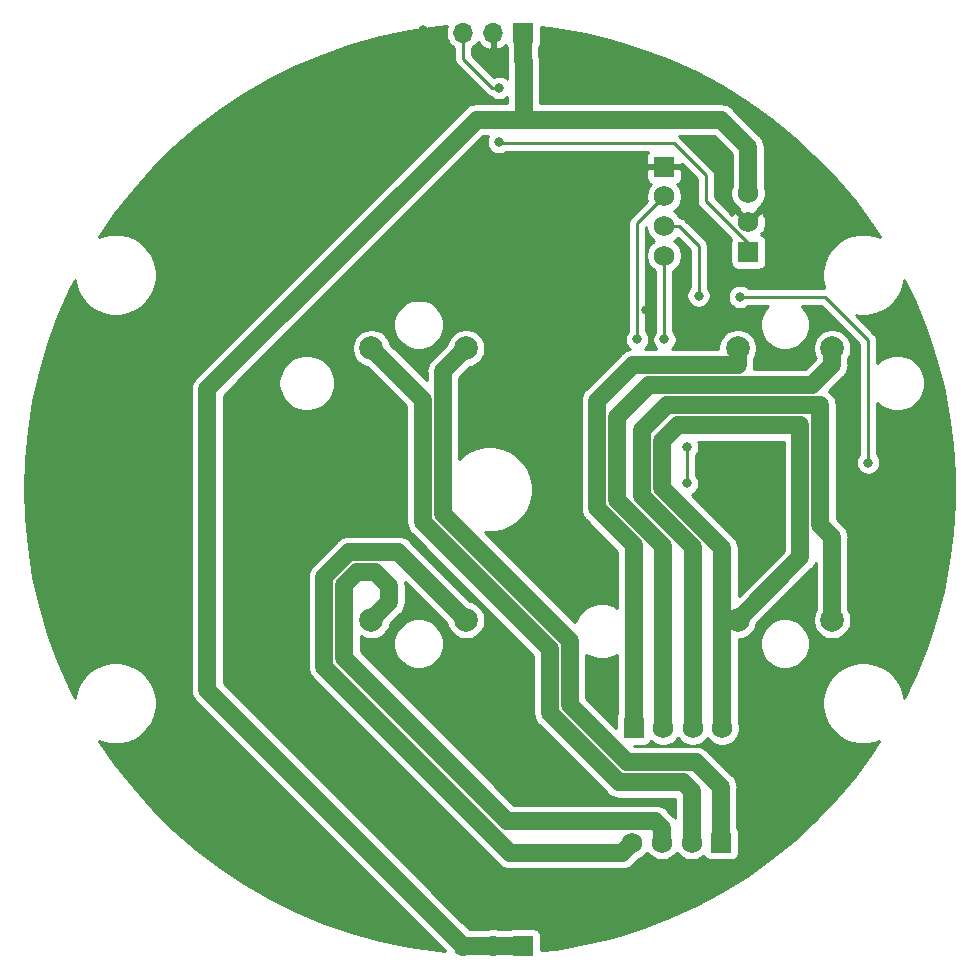
<source format=gbr>
G04 #@! TF.GenerationSoftware,KiCad,Pcbnew,(5.1.5)-3*
G04 #@! TF.CreationDate,2020-09-03T14:04:58+02:00*
G04 #@! TF.ProjectId,StepperClockMotor,53746570-7065-4724-936c-6f636b4d6f74,v1.1*
G04 #@! TF.SameCoordinates,Original*
G04 #@! TF.FileFunction,Copper,L1,Top*
G04 #@! TF.FilePolarity,Positive*
%FSLAX46Y46*%
G04 Gerber Fmt 4.6, Leading zero omitted, Abs format (unit mm)*
G04 Created by KiCad (PCBNEW (5.1.5)-3) date 2020-09-03 14:04:58*
%MOMM*%
%LPD*%
G04 APERTURE LIST*
%ADD10C,2.000000*%
%ADD11R,1.750000X1.750000*%
%ADD12C,1.750000*%
%ADD13R,1.700000X1.700000*%
%ADD14O,1.700000X1.700000*%
%ADD15C,0.800000*%
%ADD16C,1.500000*%
%ADD17C,0.250000*%
%ADD18C,0.254000*%
G04 APERTURE END LIST*
D10*
X129535800Y-153980740D03*
X129535800Y-130980740D03*
X121535800Y-153980740D03*
X121535800Y-130980740D03*
X98535800Y-153980740D03*
X98535800Y-130980740D03*
X90535800Y-153980740D03*
X90535800Y-130980740D03*
D11*
X122435800Y-122820740D03*
D12*
X122435800Y-120320740D03*
X122435800Y-117820740D03*
D11*
X115315800Y-115620740D03*
D12*
X115315800Y-118120740D03*
X115315800Y-120620740D03*
X115315800Y-123120740D03*
D11*
X112735800Y-163120740D03*
D12*
X115235800Y-163120740D03*
X117735800Y-163120740D03*
X120235800Y-163120740D03*
D11*
X120135800Y-172820740D03*
D12*
X117635800Y-172820740D03*
X115135800Y-172820740D03*
X112635800Y-172820740D03*
D13*
X103377800Y-181550740D03*
D14*
X100837800Y-181550740D03*
X98297800Y-181550740D03*
D13*
X103375800Y-104260740D03*
D14*
X100835800Y-104260740D03*
X98295800Y-104260740D03*
D15*
X76695800Y-112380740D03*
X65095800Y-155560740D03*
X76915800Y-170300740D03*
X127635800Y-115620740D03*
X69775800Y-119520740D03*
X94935800Y-104060740D03*
X64195800Y-129770740D03*
X84235800Y-175390740D03*
X84581800Y-108144740D03*
X124135800Y-112020740D03*
X130047800Y-119828740D03*
X136651800Y-129734740D03*
X139445800Y-142688740D03*
X137413800Y-154880740D03*
X130935800Y-166220740D03*
X114299800Y-178248740D03*
X107949800Y-180280740D03*
X80009800Y-173676740D03*
X72135800Y-166818740D03*
X64007800Y-151324740D03*
X63245800Y-135576740D03*
X98551800Y-127448740D03*
X113791800Y-127702740D03*
X62565800Y-142720740D03*
X133195800Y-151330740D03*
X137025800Y-138420740D03*
X107935800Y-104930740D03*
X112145800Y-106430740D03*
X116235800Y-108020740D03*
X80715800Y-109890740D03*
X89785800Y-105590740D03*
X72575800Y-115970740D03*
X62475800Y-147030740D03*
X101735800Y-163920740D03*
X99035800Y-176620740D03*
X89835800Y-168020740D03*
X82235800Y-158220740D03*
X80735800Y-144920740D03*
X88935800Y-139220740D03*
X105735800Y-132120740D03*
X107135800Y-148320740D03*
X97835800Y-160520740D03*
X106835800Y-168120740D03*
X103435800Y-119520740D03*
X93235800Y-125220740D03*
X72035800Y-141620740D03*
X84435800Y-118920740D03*
X122235800Y-140620740D03*
X110035800Y-159220740D03*
X85135800Y-141920740D03*
X110035800Y-117320740D03*
X115335800Y-130220740D03*
X117235800Y-139320740D03*
X117235800Y-142420740D03*
X113035800Y-130220740D03*
X121735800Y-126620740D03*
X118235800Y-126520740D03*
X132587800Y-140656740D03*
X101335800Y-108920740D03*
X101335800Y-113520740D03*
D16*
X98297800Y-181550740D02*
X100837800Y-181550740D01*
X100837800Y-181550740D02*
X103377800Y-181550740D01*
X122435800Y-117820740D02*
X122435800Y-113920740D01*
X122435800Y-113920740D02*
X120135800Y-111620740D01*
X103375800Y-106610740D02*
X103435800Y-106670740D01*
X103375800Y-104260740D02*
X103375800Y-106610740D01*
X103435800Y-106670740D02*
X103435800Y-111620740D01*
X103435800Y-111620740D02*
X120135800Y-111620740D01*
X99435800Y-111620740D02*
X103435800Y-111620740D01*
X98297800Y-181550740D02*
X97447801Y-180700741D01*
X76635800Y-159920740D02*
X76635800Y-134420740D01*
X97447801Y-180700741D02*
X97415801Y-180700741D01*
X97415801Y-180700741D02*
X76635800Y-159920740D01*
X76635800Y-134420740D02*
X99435800Y-111620740D01*
X90835800Y-149920740D02*
X92035800Y-151120740D01*
X88235800Y-151020740D02*
X89335800Y-149920740D01*
X89335800Y-149920740D02*
X90835800Y-149920740D01*
X115135800Y-171583304D02*
X114548235Y-170995739D01*
X92035800Y-152480740D02*
X90535800Y-153980740D01*
X115135800Y-172820740D02*
X115135800Y-171583304D01*
X114548235Y-170995739D02*
X102010799Y-170995739D01*
X102010799Y-170995739D02*
X88235800Y-157220741D01*
X92035800Y-151120740D02*
X92035800Y-152480740D01*
X88235800Y-157220741D02*
X88235800Y-151020740D01*
X111760801Y-173695739D02*
X102306622Y-173695739D01*
X112635800Y-172820740D02*
X111760801Y-173695739D01*
X88631633Y-148220730D02*
X92775790Y-148220730D01*
X86535790Y-150316573D02*
X88631633Y-148220730D01*
X86535790Y-157924908D02*
X86535790Y-150316573D01*
X102306622Y-173695737D02*
X86535790Y-157924908D01*
X102306622Y-173695739D02*
X102306622Y-173695737D01*
X92775790Y-148220730D02*
X98535800Y-153980740D01*
X107335800Y-161180742D02*
X107335800Y-155720740D01*
X96585799Y-144970739D02*
X96585799Y-132930741D01*
X107335800Y-155720740D02*
X96585799Y-144970739D01*
X96585799Y-132930741D02*
X98535800Y-130980740D01*
X107335800Y-161180742D02*
X112175798Y-166020740D01*
X112175798Y-166020740D02*
X118035800Y-166020740D01*
X120135800Y-168120740D02*
X120135800Y-172820740D01*
X118035800Y-166020740D02*
X120135800Y-168120740D01*
X105635790Y-161884909D02*
X105635790Y-156424906D01*
X105635790Y-156424906D02*
X94885789Y-145674906D01*
X94885789Y-145674906D02*
X94885789Y-135330729D01*
X94885789Y-135330729D02*
X90535800Y-130980740D01*
X117635800Y-172820740D02*
X117635800Y-168420740D01*
X111471631Y-167720750D02*
X105635790Y-161884909D01*
X116935810Y-167720750D02*
X111471631Y-167720750D01*
X117635800Y-168420740D02*
X116935810Y-167720750D01*
X121535800Y-130980740D02*
X121535800Y-132394953D01*
X121535800Y-132394953D02*
X112661587Y-132394953D01*
X112661587Y-132394953D02*
X109635800Y-135420740D01*
X109635800Y-135420740D02*
X109635800Y-144520740D01*
X109635800Y-144520740D02*
X112745801Y-147630741D01*
X112745801Y-160735739D02*
X112735800Y-160745740D01*
X112735800Y-160745740D02*
X112735800Y-163120740D01*
X112745801Y-147630741D02*
X112745801Y-160735739D01*
X111335810Y-143816574D02*
X115235800Y-147716564D01*
X129535800Y-132394953D02*
X127835790Y-134094963D01*
X129535800Y-130980740D02*
X129535800Y-132394953D01*
X111335810Y-136820730D02*
X111335810Y-143816574D01*
X127835790Y-134094963D02*
X114061577Y-134094963D01*
X114061577Y-134094963D02*
X111335810Y-136820730D01*
X115235800Y-147716564D02*
X115235800Y-163120740D01*
X129535800Y-152566527D02*
X129535800Y-153980740D01*
X129535800Y-146968740D02*
X129535800Y-152566527D01*
X128539957Y-135794973D02*
X128539957Y-145972897D01*
X113435800Y-143512388D02*
X113435800Y-137920740D01*
X113435800Y-137920740D02*
X115561567Y-135794973D01*
X117635800Y-147712388D02*
X113435800Y-143512388D01*
X128539957Y-145972897D02*
X129535800Y-146968740D01*
X115561567Y-135794973D02*
X128539957Y-135794973D01*
X117735800Y-147812388D02*
X117735800Y-163020740D01*
X117635800Y-147712388D02*
X117735800Y-147812388D01*
X120235800Y-147908212D02*
X115135810Y-142808222D01*
X115135810Y-138820730D02*
X116461557Y-137494983D01*
X115135810Y-142808222D02*
X115135810Y-138820730D01*
X116461557Y-137494983D02*
X126839947Y-137494983D01*
X126839947Y-148676593D02*
X121535800Y-153980740D01*
X126839947Y-137494983D02*
X126839947Y-148676593D01*
X120235800Y-150720740D02*
X120235800Y-163120740D01*
X120235800Y-147908212D02*
X120235800Y-150720740D01*
D17*
X115315800Y-123120740D02*
X115315800Y-130200740D01*
X115315800Y-130200740D02*
X115335800Y-130220740D01*
X117235800Y-139320740D02*
X117235800Y-142420740D01*
X115315800Y-118120740D02*
X113035800Y-120400740D01*
X113035800Y-120400740D02*
X113035800Y-130220740D01*
X115315800Y-120620740D02*
X116553236Y-120620740D01*
X121735800Y-126620740D02*
X128912798Y-126620740D01*
X128912798Y-126620740D02*
X132587800Y-130295742D01*
X116553236Y-120620740D02*
X118235800Y-122303304D01*
X118235800Y-122303304D02*
X118235800Y-126520740D01*
X132587800Y-140656740D02*
X132587800Y-130295742D01*
X122435800Y-122096742D02*
X118835800Y-118496742D01*
X122435800Y-122820740D02*
X122435800Y-122096742D01*
X118835800Y-118496742D02*
X118835800Y-116320740D01*
X118835800Y-116320740D02*
X116135800Y-113620740D01*
X116135800Y-113620740D02*
X101435800Y-113620740D01*
X101435800Y-113620740D02*
X101335800Y-113520740D01*
X98295800Y-105462821D02*
X98295800Y-104260740D01*
X98295800Y-106446425D02*
X98295800Y-105462821D01*
X100770115Y-108920740D02*
X98295800Y-106446425D01*
X101335800Y-108920740D02*
X100770115Y-108920740D01*
D18*
G36*
X96867868Y-103827582D02*
G01*
X96810800Y-104114480D01*
X96810800Y-104407000D01*
X96867868Y-104693898D01*
X96979810Y-104964151D01*
X97142325Y-105207372D01*
X97349168Y-105414215D01*
X97535801Y-105538919D01*
X97535800Y-106409102D01*
X97532124Y-106446425D01*
X97535800Y-106483747D01*
X97535800Y-106483757D01*
X97546797Y-106595410D01*
X97569648Y-106670740D01*
X97590254Y-106738671D01*
X97660826Y-106870701D01*
X97670302Y-106882247D01*
X97755799Y-106986426D01*
X97784803Y-107010229D01*
X100206316Y-109431743D01*
X100230114Y-109460741D01*
X100345839Y-109555714D01*
X100477868Y-109626286D01*
X100621076Y-109669727D01*
X100676026Y-109724677D01*
X100845544Y-109837945D01*
X101033902Y-109915966D01*
X101233861Y-109955740D01*
X101437739Y-109955740D01*
X101637698Y-109915966D01*
X101826056Y-109837945D01*
X101995574Y-109724677D01*
X102050801Y-109669450D01*
X102050801Y-110235740D01*
X99503826Y-110235740D01*
X99435799Y-110229040D01*
X99367772Y-110235740D01*
X99367763Y-110235740D01*
X99164293Y-110255780D01*
X98903219Y-110334976D01*
X98662612Y-110463583D01*
X98662610Y-110463584D01*
X98662611Y-110463584D01*
X98504566Y-110593288D01*
X98504564Y-110593290D01*
X98451719Y-110636659D01*
X98408350Y-110689504D01*
X75704565Y-133393290D01*
X75651720Y-133436659D01*
X75608351Y-133489504D01*
X75608348Y-133489507D01*
X75478644Y-133647552D01*
X75350036Y-133888160D01*
X75270840Y-134149233D01*
X75244100Y-134420740D01*
X75250801Y-134488779D01*
X75250800Y-159852711D01*
X75244100Y-159920740D01*
X75250800Y-159988769D01*
X75250800Y-159988776D01*
X75270840Y-160192246D01*
X75350036Y-160453320D01*
X75478643Y-160693927D01*
X75651719Y-160904820D01*
X75704565Y-160948190D01*
X96388351Y-181631977D01*
X96431720Y-181684822D01*
X96484565Y-181728191D01*
X96484567Y-181728193D01*
X96572449Y-181800316D01*
X96642613Y-181857898D01*
X96650476Y-181862101D01*
X96796924Y-182008549D01*
X96165425Y-181958345D01*
X93694481Y-181603077D01*
X91251043Y-181091807D01*
X88844952Y-180426594D01*
X86485896Y-179610117D01*
X84183373Y-178645663D01*
X81946656Y-177537115D01*
X79784750Y-176288938D01*
X77706361Y-174906158D01*
X75719858Y-173394342D01*
X73833240Y-171759578D01*
X72054103Y-170008448D01*
X70389612Y-168148005D01*
X68846468Y-166185738D01*
X67498598Y-164227905D01*
X67851596Y-164374121D01*
X68523345Y-164507740D01*
X69208255Y-164507740D01*
X69880004Y-164374121D01*
X70512777Y-164112018D01*
X71082258Y-163731502D01*
X71566562Y-163247198D01*
X71947078Y-162677717D01*
X72209181Y-162044944D01*
X72342800Y-161373195D01*
X72342800Y-160688285D01*
X72209181Y-160016536D01*
X71947078Y-159383763D01*
X71566562Y-158814282D01*
X71082258Y-158329978D01*
X70512777Y-157949462D01*
X69880004Y-157687359D01*
X69208255Y-157553740D01*
X68523345Y-157553740D01*
X67851596Y-157687359D01*
X67218823Y-157949462D01*
X66649342Y-158329978D01*
X66165038Y-158814282D01*
X65784522Y-159383763D01*
X65522419Y-160016536D01*
X65413818Y-160562509D01*
X65004670Y-159768872D01*
X64003806Y-157481941D01*
X63150002Y-155136136D01*
X62446698Y-152740902D01*
X61896725Y-150305884D01*
X61502298Y-147840887D01*
X61265004Y-145355837D01*
X61185800Y-142860740D01*
X61265004Y-140365643D01*
X61502298Y-137880593D01*
X61896725Y-135415596D01*
X62446698Y-132980578D01*
X63150002Y-130585344D01*
X64003806Y-128239539D01*
X65004670Y-125952608D01*
X65405206Y-125175676D01*
X65522419Y-125764944D01*
X65784522Y-126397717D01*
X66165038Y-126967198D01*
X66649342Y-127451502D01*
X67218823Y-127832018D01*
X67851596Y-128094121D01*
X68523345Y-128227740D01*
X69208255Y-128227740D01*
X69880004Y-128094121D01*
X70512777Y-127832018D01*
X71082258Y-127451502D01*
X71566562Y-126967198D01*
X71947078Y-126397717D01*
X72209181Y-125764944D01*
X72342800Y-125093195D01*
X72342800Y-124408285D01*
X72209181Y-123736536D01*
X71947078Y-123103763D01*
X71566562Y-122534282D01*
X71082258Y-122049978D01*
X70512777Y-121669462D01*
X69880004Y-121407359D01*
X69208255Y-121273740D01*
X68523345Y-121273740D01*
X67851596Y-121407359D01*
X67440813Y-121577511D01*
X68846468Y-119535742D01*
X70389612Y-117573475D01*
X72054103Y-115713032D01*
X73833240Y-113961902D01*
X75719858Y-112327138D01*
X77706361Y-110815322D01*
X79784750Y-109432542D01*
X81946656Y-108184365D01*
X84183373Y-107075817D01*
X86485896Y-106111363D01*
X88844952Y-105294886D01*
X91251043Y-104629673D01*
X93694481Y-104118403D01*
X96165425Y-103763135D01*
X96919391Y-103703195D01*
X96867868Y-103827582D01*
G37*
X96867868Y-103827582D02*
X96810800Y-104114480D01*
X96810800Y-104407000D01*
X96867868Y-104693898D01*
X96979810Y-104964151D01*
X97142325Y-105207372D01*
X97349168Y-105414215D01*
X97535801Y-105538919D01*
X97535800Y-106409102D01*
X97532124Y-106446425D01*
X97535800Y-106483747D01*
X97535800Y-106483757D01*
X97546797Y-106595410D01*
X97569648Y-106670740D01*
X97590254Y-106738671D01*
X97660826Y-106870701D01*
X97670302Y-106882247D01*
X97755799Y-106986426D01*
X97784803Y-107010229D01*
X100206316Y-109431743D01*
X100230114Y-109460741D01*
X100345839Y-109555714D01*
X100477868Y-109626286D01*
X100621076Y-109669727D01*
X100676026Y-109724677D01*
X100845544Y-109837945D01*
X101033902Y-109915966D01*
X101233861Y-109955740D01*
X101437739Y-109955740D01*
X101637698Y-109915966D01*
X101826056Y-109837945D01*
X101995574Y-109724677D01*
X102050801Y-109669450D01*
X102050801Y-110235740D01*
X99503826Y-110235740D01*
X99435799Y-110229040D01*
X99367772Y-110235740D01*
X99367763Y-110235740D01*
X99164293Y-110255780D01*
X98903219Y-110334976D01*
X98662612Y-110463583D01*
X98662610Y-110463584D01*
X98662611Y-110463584D01*
X98504566Y-110593288D01*
X98504564Y-110593290D01*
X98451719Y-110636659D01*
X98408350Y-110689504D01*
X75704565Y-133393290D01*
X75651720Y-133436659D01*
X75608351Y-133489504D01*
X75608348Y-133489507D01*
X75478644Y-133647552D01*
X75350036Y-133888160D01*
X75270840Y-134149233D01*
X75244100Y-134420740D01*
X75250801Y-134488779D01*
X75250800Y-159852711D01*
X75244100Y-159920740D01*
X75250800Y-159988769D01*
X75250800Y-159988776D01*
X75270840Y-160192246D01*
X75350036Y-160453320D01*
X75478643Y-160693927D01*
X75651719Y-160904820D01*
X75704565Y-160948190D01*
X96388351Y-181631977D01*
X96431720Y-181684822D01*
X96484565Y-181728191D01*
X96484567Y-181728193D01*
X96572449Y-181800316D01*
X96642613Y-181857898D01*
X96650476Y-181862101D01*
X96796924Y-182008549D01*
X96165425Y-181958345D01*
X93694481Y-181603077D01*
X91251043Y-181091807D01*
X88844952Y-180426594D01*
X86485896Y-179610117D01*
X84183373Y-178645663D01*
X81946656Y-177537115D01*
X79784750Y-176288938D01*
X77706361Y-174906158D01*
X75719858Y-173394342D01*
X73833240Y-171759578D01*
X72054103Y-170008448D01*
X70389612Y-168148005D01*
X68846468Y-166185738D01*
X67498598Y-164227905D01*
X67851596Y-164374121D01*
X68523345Y-164507740D01*
X69208255Y-164507740D01*
X69880004Y-164374121D01*
X70512777Y-164112018D01*
X71082258Y-163731502D01*
X71566562Y-163247198D01*
X71947078Y-162677717D01*
X72209181Y-162044944D01*
X72342800Y-161373195D01*
X72342800Y-160688285D01*
X72209181Y-160016536D01*
X71947078Y-159383763D01*
X71566562Y-158814282D01*
X71082258Y-158329978D01*
X70512777Y-157949462D01*
X69880004Y-157687359D01*
X69208255Y-157553740D01*
X68523345Y-157553740D01*
X67851596Y-157687359D01*
X67218823Y-157949462D01*
X66649342Y-158329978D01*
X66165038Y-158814282D01*
X65784522Y-159383763D01*
X65522419Y-160016536D01*
X65413818Y-160562509D01*
X65004670Y-159768872D01*
X64003806Y-157481941D01*
X63150002Y-155136136D01*
X62446698Y-152740902D01*
X61896725Y-150305884D01*
X61502298Y-147840887D01*
X61265004Y-145355837D01*
X61185800Y-142860740D01*
X61265004Y-140365643D01*
X61502298Y-137880593D01*
X61896725Y-135415596D01*
X62446698Y-132980578D01*
X63150002Y-130585344D01*
X64003806Y-128239539D01*
X65004670Y-125952608D01*
X65405206Y-125175676D01*
X65522419Y-125764944D01*
X65784522Y-126397717D01*
X66165038Y-126967198D01*
X66649342Y-127451502D01*
X67218823Y-127832018D01*
X67851596Y-128094121D01*
X68523345Y-128227740D01*
X69208255Y-128227740D01*
X69880004Y-128094121D01*
X70512777Y-127832018D01*
X71082258Y-127451502D01*
X71566562Y-126967198D01*
X71947078Y-126397717D01*
X72209181Y-125764944D01*
X72342800Y-125093195D01*
X72342800Y-124408285D01*
X72209181Y-123736536D01*
X71947078Y-123103763D01*
X71566562Y-122534282D01*
X71082258Y-122049978D01*
X70512777Y-121669462D01*
X69880004Y-121407359D01*
X69208255Y-121273740D01*
X68523345Y-121273740D01*
X67851596Y-121407359D01*
X67440813Y-121577511D01*
X68846468Y-119535742D01*
X70389612Y-117573475D01*
X72054103Y-115713032D01*
X73833240Y-113961902D01*
X75719858Y-112327138D01*
X77706361Y-110815322D01*
X79784750Y-109432542D01*
X81946656Y-108184365D01*
X84183373Y-107075817D01*
X86485896Y-106111363D01*
X88844952Y-105294886D01*
X91251043Y-104629673D01*
X93694481Y-104118403D01*
X96165425Y-103763135D01*
X96919391Y-103703195D01*
X96867868Y-103827582D01*
G36*
X106124466Y-103921164D02*
G01*
X108582894Y-104354652D01*
X111008880Y-104943189D01*
X113392654Y-105684408D01*
X115724617Y-106575322D01*
X117995381Y-107612345D01*
X120195800Y-108791301D01*
X122317015Y-110107442D01*
X124350485Y-111555469D01*
X126288021Y-113129552D01*
X128121822Y-114823351D01*
X129844503Y-116630048D01*
X131449129Y-118542365D01*
X132929237Y-120552605D01*
X133579602Y-121564594D01*
X133200004Y-121407359D01*
X132528255Y-121273740D01*
X131843345Y-121273740D01*
X131171596Y-121407359D01*
X130538823Y-121669462D01*
X129969342Y-122049978D01*
X129485038Y-122534282D01*
X129104522Y-123103763D01*
X128842419Y-123736536D01*
X128708800Y-124408285D01*
X128708800Y-125093195D01*
X128842419Y-125764944D01*
X128881839Y-125860113D01*
X128875476Y-125860740D01*
X122439511Y-125860740D01*
X122395574Y-125816803D01*
X122226056Y-125703535D01*
X122037698Y-125625514D01*
X121837739Y-125585740D01*
X121633861Y-125585740D01*
X121433902Y-125625514D01*
X121245544Y-125703535D01*
X121076026Y-125816803D01*
X120931863Y-125960966D01*
X120818595Y-126130484D01*
X120740574Y-126318842D01*
X120700800Y-126518801D01*
X120700800Y-126722679D01*
X120740574Y-126922638D01*
X120818595Y-127110996D01*
X120931863Y-127280514D01*
X121076026Y-127424677D01*
X121245544Y-127537945D01*
X121433902Y-127615966D01*
X121633861Y-127655740D01*
X121837739Y-127655740D01*
X122037698Y-127615966D01*
X122226056Y-127537945D01*
X122395574Y-127424677D01*
X122439511Y-127380740D01*
X124116454Y-127380740D01*
X123877437Y-127619757D01*
X123643788Y-127969438D01*
X123482847Y-128357984D01*
X123400800Y-128770461D01*
X123400800Y-129191019D01*
X123482847Y-129603496D01*
X123643788Y-129992042D01*
X123877437Y-130341723D01*
X124174817Y-130639103D01*
X124524498Y-130872752D01*
X124913044Y-131033693D01*
X125325521Y-131115740D01*
X125746079Y-131115740D01*
X126158556Y-131033693D01*
X126547102Y-130872752D01*
X126896783Y-130639103D01*
X127194163Y-130341723D01*
X127427812Y-129992042D01*
X127588753Y-129603496D01*
X127670800Y-129191019D01*
X127670800Y-128770461D01*
X127588753Y-128357984D01*
X127427812Y-127969438D01*
X127194163Y-127619757D01*
X126955146Y-127380740D01*
X128597997Y-127380740D01*
X131827801Y-130610545D01*
X131827800Y-139953029D01*
X131783863Y-139996966D01*
X131670595Y-140166484D01*
X131592574Y-140354842D01*
X131552800Y-140554801D01*
X131552800Y-140758679D01*
X131592574Y-140958638D01*
X131670595Y-141146996D01*
X131783863Y-141316514D01*
X131928026Y-141460677D01*
X132097544Y-141573945D01*
X132285902Y-141651966D01*
X132485861Y-141691740D01*
X132689739Y-141691740D01*
X132889698Y-141651966D01*
X133078056Y-141573945D01*
X133247574Y-141460677D01*
X133391737Y-141316514D01*
X133505005Y-141146996D01*
X133583026Y-140958638D01*
X133622800Y-140758679D01*
X133622800Y-140554801D01*
X133583026Y-140354842D01*
X133505005Y-140166484D01*
X133391737Y-139996966D01*
X133347800Y-139953029D01*
X133347800Y-135595639D01*
X133525451Y-135773290D01*
X133916079Y-136034300D01*
X134350121Y-136214086D01*
X134810898Y-136305740D01*
X135280702Y-136305740D01*
X135741479Y-136214086D01*
X136175521Y-136034300D01*
X136566149Y-135773290D01*
X136898350Y-135441089D01*
X137159360Y-135050461D01*
X137339146Y-134616419D01*
X137430800Y-134155642D01*
X137430800Y-133685838D01*
X137339146Y-133225061D01*
X137159360Y-132791019D01*
X136898350Y-132400391D01*
X136566149Y-132068190D01*
X136175521Y-131807180D01*
X135741479Y-131627394D01*
X135280702Y-131535740D01*
X134810898Y-131535740D01*
X134350121Y-131627394D01*
X133916079Y-131807180D01*
X133525451Y-132068190D01*
X133347800Y-132245841D01*
X133347800Y-130333067D01*
X133351476Y-130295742D01*
X133347800Y-130258417D01*
X133347800Y-130258409D01*
X133336803Y-130146756D01*
X133293346Y-130003495D01*
X133222774Y-129871466D01*
X133127801Y-129755741D01*
X133098803Y-129731943D01*
X131532835Y-128165976D01*
X131843345Y-128227740D01*
X132528255Y-128227740D01*
X133200004Y-128094121D01*
X133832777Y-127832018D01*
X134402258Y-127451502D01*
X134886562Y-126967198D01*
X135267078Y-126397717D01*
X135529181Y-125764944D01*
X135648981Y-125162667D01*
X136565507Y-127088133D01*
X137493308Y-129405668D01*
X138272254Y-131777381D01*
X138899208Y-134193724D01*
X139371646Y-136644965D01*
X139687665Y-139121235D01*
X139845994Y-141612563D01*
X139845994Y-144108917D01*
X139687665Y-146600245D01*
X139371646Y-149076515D01*
X138899208Y-151527756D01*
X138272254Y-153944099D01*
X137493308Y-156315812D01*
X136565507Y-158633347D01*
X135640564Y-160576496D01*
X135529181Y-160016536D01*
X135267078Y-159383763D01*
X134886562Y-158814282D01*
X134402258Y-158329978D01*
X133832777Y-157949462D01*
X133200004Y-157687359D01*
X132528255Y-157553740D01*
X131843345Y-157553740D01*
X131171596Y-157687359D01*
X130538823Y-157949462D01*
X129969342Y-158329978D01*
X129485038Y-158814282D01*
X129104522Y-159383763D01*
X128842419Y-160016536D01*
X128708800Y-160688285D01*
X128708800Y-161373195D01*
X128842419Y-162044944D01*
X129104522Y-162677717D01*
X129485038Y-163247198D01*
X129969342Y-163731502D01*
X130538823Y-164112018D01*
X131171596Y-164374121D01*
X131843345Y-164507740D01*
X132528255Y-164507740D01*
X133200004Y-164374121D01*
X133527055Y-164238652D01*
X132929237Y-165168875D01*
X131449129Y-167179115D01*
X129844503Y-169091432D01*
X128121822Y-170898129D01*
X126288021Y-172591928D01*
X124350485Y-174166011D01*
X122317015Y-175614038D01*
X120195800Y-176930179D01*
X117995381Y-178109135D01*
X115724617Y-179146158D01*
X113392654Y-180037072D01*
X111008880Y-180778291D01*
X108582894Y-181366828D01*
X106124466Y-181800316D01*
X104865872Y-181940681D01*
X104865872Y-180700740D01*
X104853612Y-180576258D01*
X104817302Y-180456560D01*
X104758337Y-180346246D01*
X104678985Y-180249555D01*
X104582294Y-180170203D01*
X104471980Y-180111238D01*
X104352282Y-180074928D01*
X104227800Y-180062668D01*
X102527800Y-180062668D01*
X102403318Y-180074928D01*
X102283620Y-180111238D01*
X102181656Y-180165740D01*
X101374605Y-180165740D01*
X101270958Y-180122808D01*
X100984060Y-180065740D01*
X100691540Y-180065740D01*
X100404642Y-180122808D01*
X100300995Y-180165740D01*
X98871485Y-180165740D01*
X98475255Y-179769510D01*
X98431882Y-179716660D01*
X98220989Y-179543584D01*
X98213128Y-179539382D01*
X78020800Y-159347055D01*
X78020800Y-150316573D01*
X85144090Y-150316573D01*
X85150791Y-150384612D01*
X85150790Y-157856879D01*
X85144090Y-157924908D01*
X85150790Y-157992937D01*
X85150790Y-157992944D01*
X85166453Y-158151974D01*
X85170830Y-158196415D01*
X85211346Y-158329978D01*
X85250026Y-158457488D01*
X85344896Y-158634976D01*
X85378634Y-158698096D01*
X85473986Y-158814282D01*
X85551709Y-158908988D01*
X85604555Y-158952358D01*
X101279163Y-174626964D01*
X101322541Y-174679820D01*
X101375389Y-174723191D01*
X101533434Y-174852896D01*
X101774041Y-174981503D01*
X102035115Y-175060699D01*
X102306622Y-175087440D01*
X102374658Y-175080739D01*
X111692772Y-175080739D01*
X111760801Y-175087439D01*
X111828830Y-175080739D01*
X111828838Y-175080739D01*
X112032308Y-175060699D01*
X112293382Y-174981503D01*
X112533989Y-174852896D01*
X112744882Y-174679820D01*
X112788256Y-174626969D01*
X113189368Y-174225856D01*
X113351053Y-174158884D01*
X113598369Y-173993633D01*
X113808693Y-173783309D01*
X113885800Y-173667910D01*
X113962907Y-173783309D01*
X114173231Y-173993633D01*
X114420547Y-174158884D01*
X114695349Y-174272711D01*
X114987078Y-174330740D01*
X115284522Y-174330740D01*
X115576251Y-174272711D01*
X115851053Y-174158884D01*
X116098369Y-173993633D01*
X116308693Y-173783309D01*
X116385800Y-173667910D01*
X116462907Y-173783309D01*
X116673231Y-173993633D01*
X116920547Y-174158884D01*
X117195349Y-174272711D01*
X117487078Y-174330740D01*
X117784522Y-174330740D01*
X118076251Y-174272711D01*
X118351053Y-174158884D01*
X118598369Y-173993633D01*
X118666826Y-173925176D01*
X118671298Y-173939920D01*
X118730263Y-174050234D01*
X118809615Y-174146925D01*
X118906306Y-174226277D01*
X119016620Y-174285242D01*
X119136318Y-174321552D01*
X119260800Y-174333812D01*
X121010800Y-174333812D01*
X121135282Y-174321552D01*
X121254980Y-174285242D01*
X121365294Y-174226277D01*
X121461985Y-174146925D01*
X121541337Y-174050234D01*
X121600302Y-173939920D01*
X121636612Y-173820222D01*
X121648872Y-173695740D01*
X121648872Y-171945740D01*
X121636612Y-171821258D01*
X121600302Y-171701560D01*
X121541337Y-171591246D01*
X121520800Y-171566222D01*
X121520800Y-168188766D01*
X121527500Y-168120739D01*
X121520800Y-168052712D01*
X121520800Y-168052703D01*
X121500760Y-167849233D01*
X121421564Y-167588159D01*
X121292957Y-167347552D01*
X121119880Y-167136659D01*
X121067035Y-167093290D01*
X119063254Y-165089509D01*
X119019881Y-165036659D01*
X118808988Y-164863583D01*
X118568381Y-164734976D01*
X118307307Y-164655780D01*
X118103837Y-164635740D01*
X118103829Y-164635740D01*
X118035800Y-164629040D01*
X117967771Y-164635740D01*
X112749484Y-164635740D01*
X112747556Y-164633812D01*
X113610800Y-164633812D01*
X113735282Y-164621552D01*
X113854980Y-164585242D01*
X113965294Y-164526277D01*
X114061985Y-164446925D01*
X114141337Y-164350234D01*
X114200302Y-164239920D01*
X114204774Y-164225176D01*
X114273231Y-164293633D01*
X114520547Y-164458884D01*
X114795349Y-164572711D01*
X115087078Y-164630740D01*
X115384522Y-164630740D01*
X115676251Y-164572711D01*
X115951053Y-164458884D01*
X116198369Y-164293633D01*
X116408693Y-164083309D01*
X116485800Y-163967910D01*
X116562907Y-164083309D01*
X116773231Y-164293633D01*
X117020547Y-164458884D01*
X117295349Y-164572711D01*
X117587078Y-164630740D01*
X117884522Y-164630740D01*
X118176251Y-164572711D01*
X118451053Y-164458884D01*
X118698369Y-164293633D01*
X118908693Y-164083309D01*
X118985800Y-163967910D01*
X119062907Y-164083309D01*
X119273231Y-164293633D01*
X119520547Y-164458884D01*
X119795349Y-164572711D01*
X120087078Y-164630740D01*
X120384522Y-164630740D01*
X120676251Y-164572711D01*
X120951053Y-164458884D01*
X121198369Y-164293633D01*
X121408693Y-164083309D01*
X121573944Y-163835993D01*
X121687771Y-163561191D01*
X121745800Y-163269462D01*
X121745800Y-162972018D01*
X121687771Y-162680289D01*
X121620800Y-162518607D01*
X121620800Y-155770461D01*
X123400800Y-155770461D01*
X123400800Y-156191019D01*
X123482847Y-156603496D01*
X123643788Y-156992042D01*
X123877437Y-157341723D01*
X124174817Y-157639103D01*
X124524498Y-157872752D01*
X124913044Y-158033693D01*
X125325521Y-158115740D01*
X125746079Y-158115740D01*
X126158556Y-158033693D01*
X126547102Y-157872752D01*
X126896783Y-157639103D01*
X127194163Y-157341723D01*
X127427812Y-156992042D01*
X127588753Y-156603496D01*
X127670800Y-156191019D01*
X127670800Y-155770461D01*
X127588753Y-155357984D01*
X127427812Y-154969438D01*
X127194163Y-154619757D01*
X126896783Y-154322377D01*
X126547102Y-154088728D01*
X126158556Y-153927787D01*
X125746079Y-153845740D01*
X125325521Y-153845740D01*
X124913044Y-153927787D01*
X124524498Y-154088728D01*
X124174817Y-154322377D01*
X123877437Y-154619757D01*
X123643788Y-154969438D01*
X123482847Y-155357984D01*
X123400800Y-155770461D01*
X121620800Y-155770461D01*
X121620800Y-155615740D01*
X121696833Y-155615740D01*
X122012712Y-155552908D01*
X122310263Y-155429658D01*
X122578052Y-155250727D01*
X122805787Y-155022992D01*
X122984718Y-154755203D01*
X123107968Y-154457652D01*
X123130413Y-154344812D01*
X127771183Y-149704043D01*
X127824028Y-149660674D01*
X127997104Y-149449781D01*
X128125711Y-149209174D01*
X128150800Y-149126465D01*
X128150801Y-152498481D01*
X128150800Y-152498491D01*
X128150800Y-153110617D01*
X128086882Y-153206277D01*
X127963632Y-153503828D01*
X127900800Y-153819707D01*
X127900800Y-154141773D01*
X127963632Y-154457652D01*
X128086882Y-154755203D01*
X128265813Y-155022992D01*
X128493548Y-155250727D01*
X128761337Y-155429658D01*
X129058888Y-155552908D01*
X129374767Y-155615740D01*
X129696833Y-155615740D01*
X130012712Y-155552908D01*
X130310263Y-155429658D01*
X130578052Y-155250727D01*
X130805787Y-155022992D01*
X130984718Y-154755203D01*
X131107968Y-154457652D01*
X131170800Y-154141773D01*
X131170800Y-153819707D01*
X131107968Y-153503828D01*
X130984718Y-153206277D01*
X130920800Y-153110617D01*
X130920800Y-147036769D01*
X130927500Y-146968740D01*
X130920800Y-146900711D01*
X130920800Y-146900703D01*
X130900760Y-146697233D01*
X130821564Y-146436159D01*
X130692957Y-146195552D01*
X130563252Y-146037506D01*
X130563245Y-146037499D01*
X130519880Y-145984659D01*
X130467041Y-145941295D01*
X129924957Y-145399212D01*
X129924957Y-135863010D01*
X129931658Y-135794973D01*
X129904917Y-135523466D01*
X129825721Y-135262392D01*
X129697114Y-135021785D01*
X129524038Y-134810892D01*
X129313145Y-134637816D01*
X129273052Y-134616386D01*
X130467036Y-133422403D01*
X130519881Y-133379034D01*
X130566873Y-133321775D01*
X130692956Y-133168142D01*
X130692957Y-133168141D01*
X130821564Y-132927534D01*
X130900760Y-132666460D01*
X130920800Y-132462990D01*
X130920800Y-132462981D01*
X130927500Y-132394954D01*
X130920800Y-132326927D01*
X130920800Y-131850863D01*
X130984718Y-131755203D01*
X131107968Y-131457652D01*
X131170800Y-131141773D01*
X131170800Y-130819707D01*
X131107968Y-130503828D01*
X130984718Y-130206277D01*
X130805787Y-129938488D01*
X130578052Y-129710753D01*
X130310263Y-129531822D01*
X130012712Y-129408572D01*
X129696833Y-129345740D01*
X129374767Y-129345740D01*
X129058888Y-129408572D01*
X128761337Y-129531822D01*
X128493548Y-129710753D01*
X128265813Y-129938488D01*
X128086882Y-130206277D01*
X127963632Y-130503828D01*
X127900800Y-130819707D01*
X127900800Y-131141773D01*
X127963632Y-131457652D01*
X128086882Y-131755203D01*
X128138946Y-131833122D01*
X127262105Y-132709963D01*
X122887563Y-132709963D01*
X122900760Y-132666460D01*
X122920800Y-132462990D01*
X122927501Y-132394953D01*
X122920800Y-132326916D01*
X122920800Y-131850863D01*
X122984718Y-131755203D01*
X123107968Y-131457652D01*
X123170800Y-131141773D01*
X123170800Y-130819707D01*
X123107968Y-130503828D01*
X122984718Y-130206277D01*
X122805787Y-129938488D01*
X122578052Y-129710753D01*
X122310263Y-129531822D01*
X122012712Y-129408572D01*
X121696833Y-129345740D01*
X121374767Y-129345740D01*
X121058888Y-129408572D01*
X120761337Y-129531822D01*
X120493548Y-129710753D01*
X120265813Y-129938488D01*
X120086882Y-130206277D01*
X119963632Y-130503828D01*
X119900800Y-130819707D01*
X119900800Y-131009953D01*
X116010298Y-131009953D01*
X116139737Y-130880514D01*
X116253005Y-130710996D01*
X116331026Y-130522638D01*
X116370800Y-130322679D01*
X116370800Y-130118801D01*
X116331026Y-129918842D01*
X116253005Y-129730484D01*
X116139737Y-129560966D01*
X116075800Y-129497029D01*
X116075800Y-124428985D01*
X116278369Y-124293633D01*
X116488693Y-124083309D01*
X116653944Y-123835993D01*
X116767771Y-123561191D01*
X116825800Y-123269462D01*
X116825800Y-122972018D01*
X116767771Y-122680289D01*
X116653944Y-122405487D01*
X116488693Y-122158171D01*
X116278369Y-121947847D01*
X116162970Y-121870740D01*
X116278369Y-121793633D01*
X116464848Y-121607154D01*
X117475800Y-122618106D01*
X117475801Y-125817028D01*
X117431863Y-125860966D01*
X117318595Y-126030484D01*
X117240574Y-126218842D01*
X117200800Y-126418801D01*
X117200800Y-126622679D01*
X117240574Y-126822638D01*
X117318595Y-127010996D01*
X117431863Y-127180514D01*
X117576026Y-127324677D01*
X117745544Y-127437945D01*
X117933902Y-127515966D01*
X118133861Y-127555740D01*
X118337739Y-127555740D01*
X118537698Y-127515966D01*
X118726056Y-127437945D01*
X118895574Y-127324677D01*
X119039737Y-127180514D01*
X119153005Y-127010996D01*
X119231026Y-126822638D01*
X119270800Y-126622679D01*
X119270800Y-126418801D01*
X119231026Y-126218842D01*
X119153005Y-126030484D01*
X119039737Y-125860966D01*
X118995800Y-125817029D01*
X118995800Y-122340627D01*
X118999476Y-122303304D01*
X118995800Y-122265981D01*
X118995800Y-122265971D01*
X118984803Y-122154318D01*
X118941346Y-122011057D01*
X118870774Y-121879028D01*
X118775801Y-121763303D01*
X118746804Y-121739506D01*
X117117040Y-120109743D01*
X117093237Y-120080739D01*
X116977512Y-119985766D01*
X116845483Y-119915194D01*
X116702222Y-119871737D01*
X116626403Y-119864269D01*
X116488693Y-119658171D01*
X116278369Y-119447847D01*
X116162970Y-119370740D01*
X116278369Y-119293633D01*
X116488693Y-119083309D01*
X116653944Y-118835993D01*
X116767771Y-118561191D01*
X116825800Y-118269462D01*
X116825800Y-117972018D01*
X116767771Y-117680289D01*
X116653944Y-117405487D01*
X116488693Y-117158171D01*
X116420236Y-117089714D01*
X116434980Y-117085242D01*
X116545294Y-117026277D01*
X116641985Y-116946925D01*
X116721337Y-116850234D01*
X116780302Y-116739920D01*
X116816612Y-116620222D01*
X116828872Y-116495740D01*
X116825800Y-115906490D01*
X116667050Y-115747740D01*
X115442800Y-115747740D01*
X115442800Y-115767740D01*
X115188800Y-115767740D01*
X115188800Y-115747740D01*
X113964550Y-115747740D01*
X113805800Y-115906490D01*
X113802728Y-116495740D01*
X113814988Y-116620222D01*
X113851298Y-116739920D01*
X113910263Y-116850234D01*
X113989615Y-116946925D01*
X114086306Y-117026277D01*
X114196620Y-117085242D01*
X114211364Y-117089714D01*
X114142907Y-117158171D01*
X113977656Y-117405487D01*
X113863829Y-117680289D01*
X113805800Y-117972018D01*
X113805800Y-118269462D01*
X113853330Y-118508409D01*
X112524803Y-119836936D01*
X112495799Y-119860739D01*
X112440671Y-119927914D01*
X112400826Y-119976464D01*
X112339463Y-120091266D01*
X112330254Y-120108494D01*
X112286797Y-120251755D01*
X112275800Y-120363408D01*
X112275800Y-120363418D01*
X112272124Y-120400740D01*
X112275800Y-120438062D01*
X112275801Y-129517028D01*
X112231863Y-129560966D01*
X112118595Y-129730484D01*
X112040574Y-129918842D01*
X112000800Y-130118801D01*
X112000800Y-130322679D01*
X112040574Y-130522638D01*
X112118595Y-130710996D01*
X112231863Y-130880514D01*
X112376026Y-131024677D01*
X112385886Y-131031265D01*
X112129006Y-131109189D01*
X111888399Y-131237796D01*
X111866534Y-131255740D01*
X111730353Y-131367501D01*
X111730351Y-131367503D01*
X111677506Y-131410872D01*
X111634137Y-131463717D01*
X108704565Y-134393290D01*
X108651719Y-134436660D01*
X108478643Y-134647553D01*
X108350036Y-134888160D01*
X108270840Y-135149234D01*
X108250800Y-135352704D01*
X108250800Y-135352711D01*
X108244100Y-135420740D01*
X108250800Y-135488769D01*
X108250801Y-144452701D01*
X108244100Y-144520740D01*
X108270840Y-144792247D01*
X108350036Y-145053320D01*
X108478644Y-145293928D01*
X108608348Y-145451973D01*
X108608351Y-145451976D01*
X108651720Y-145504821D01*
X108704564Y-145548189D01*
X111360801Y-148204427D01*
X111360801Y-152930981D01*
X111175521Y-152807180D01*
X110741479Y-152627394D01*
X110280702Y-152535740D01*
X109810898Y-152535740D01*
X109350121Y-152627394D01*
X108916079Y-152807180D01*
X108525451Y-153068190D01*
X108193250Y-153400391D01*
X107932240Y-153791019D01*
X107766030Y-154192285D01*
X100117493Y-146543747D01*
X100177784Y-146555740D01*
X100893816Y-146555740D01*
X101596090Y-146416049D01*
X102257618Y-146142035D01*
X102852977Y-145744229D01*
X103359289Y-145237917D01*
X103757095Y-144642558D01*
X104031109Y-143981030D01*
X104170800Y-143278756D01*
X104170800Y-142562724D01*
X104031109Y-141860450D01*
X103757095Y-141198922D01*
X103359289Y-140603563D01*
X102852977Y-140097251D01*
X102257618Y-139699445D01*
X101596090Y-139425431D01*
X100893816Y-139285740D01*
X100177784Y-139285740D01*
X99475510Y-139425431D01*
X98813982Y-139699445D01*
X98218623Y-140097251D01*
X97970799Y-140345075D01*
X97970799Y-133504426D01*
X98899873Y-132575353D01*
X99012712Y-132552908D01*
X99310263Y-132429658D01*
X99578052Y-132250727D01*
X99805787Y-132022992D01*
X99984718Y-131755203D01*
X100107968Y-131457652D01*
X100170800Y-131141773D01*
X100170800Y-130819707D01*
X100107968Y-130503828D01*
X99984718Y-130206277D01*
X99805787Y-129938488D01*
X99578052Y-129710753D01*
X99310263Y-129531822D01*
X99012712Y-129408572D01*
X98696833Y-129345740D01*
X98374767Y-129345740D01*
X98058888Y-129408572D01*
X97761337Y-129531822D01*
X97493548Y-129710753D01*
X97265813Y-129938488D01*
X97086882Y-130206277D01*
X96963632Y-130503828D01*
X96941187Y-130616667D01*
X95654563Y-131903292D01*
X95601719Y-131946660D01*
X95558350Y-131999505D01*
X95558347Y-131999508D01*
X95428643Y-132157553D01*
X95300035Y-132398161D01*
X95220839Y-132659234D01*
X95194099Y-132930741D01*
X95200800Y-132998780D01*
X95200800Y-133687054D01*
X92130413Y-130616668D01*
X92107968Y-130503828D01*
X91984718Y-130206277D01*
X91805787Y-129938488D01*
X91578052Y-129710753D01*
X91310263Y-129531822D01*
X91012712Y-129408572D01*
X90696833Y-129345740D01*
X90374767Y-129345740D01*
X90058888Y-129408572D01*
X89761337Y-129531822D01*
X89493548Y-129710753D01*
X89265813Y-129938488D01*
X89086882Y-130206277D01*
X88963632Y-130503828D01*
X88900800Y-130819707D01*
X88900800Y-131141773D01*
X88963632Y-131457652D01*
X89086882Y-131755203D01*
X89265813Y-132022992D01*
X89493548Y-132250727D01*
X89761337Y-132429658D01*
X90058888Y-132552908D01*
X90171728Y-132575353D01*
X93500790Y-135904416D01*
X93500789Y-145606877D01*
X93494089Y-145674906D01*
X93500789Y-145742935D01*
X93500789Y-145742942D01*
X93516452Y-145901972D01*
X93520829Y-145946413D01*
X93528863Y-145972897D01*
X93600025Y-146207486D01*
X93728632Y-146448093D01*
X93901708Y-146658986D01*
X93954554Y-146702356D01*
X104250791Y-156998593D01*
X104250790Y-161816880D01*
X104244090Y-161884909D01*
X104250790Y-161952938D01*
X104250790Y-161952945D01*
X104266453Y-162111975D01*
X104270830Y-162156416D01*
X104297926Y-162245740D01*
X104350026Y-162417489D01*
X104478633Y-162658096D01*
X104651709Y-162868989D01*
X104704555Y-162912359D01*
X110444177Y-168651981D01*
X110487550Y-168704831D01*
X110698443Y-168877907D01*
X110939050Y-169006514D01*
X111200124Y-169085710D01*
X111403594Y-169105750D01*
X111403603Y-169105750D01*
X111471630Y-169112450D01*
X111539657Y-169105750D01*
X116250801Y-169105750D01*
X116250800Y-170758748D01*
X116119881Y-170599223D01*
X116067031Y-170555850D01*
X115575689Y-170064508D01*
X115532316Y-170011658D01*
X115321423Y-169838582D01*
X115080816Y-169709975D01*
X114819742Y-169630779D01*
X114616272Y-169610739D01*
X114616264Y-169610739D01*
X114548235Y-169604039D01*
X114480206Y-169610739D01*
X102584485Y-169610739D01*
X89620800Y-156647056D01*
X89620800Y-155770461D01*
X92400800Y-155770461D01*
X92400800Y-156191019D01*
X92482847Y-156603496D01*
X92643788Y-156992042D01*
X92877437Y-157341723D01*
X93174817Y-157639103D01*
X93524498Y-157872752D01*
X93913044Y-158033693D01*
X94325521Y-158115740D01*
X94746079Y-158115740D01*
X95158556Y-158033693D01*
X95547102Y-157872752D01*
X95896783Y-157639103D01*
X96194163Y-157341723D01*
X96427812Y-156992042D01*
X96588753Y-156603496D01*
X96670800Y-156191019D01*
X96670800Y-155770461D01*
X96588753Y-155357984D01*
X96427812Y-154969438D01*
X96194163Y-154619757D01*
X95896783Y-154322377D01*
X95547102Y-154088728D01*
X95158556Y-153927787D01*
X94746079Y-153845740D01*
X94325521Y-153845740D01*
X93913044Y-153927787D01*
X93524498Y-154088728D01*
X93174817Y-154322377D01*
X92877437Y-154619757D01*
X92643788Y-154969438D01*
X92482847Y-155357984D01*
X92400800Y-155770461D01*
X89620800Y-155770461D01*
X89620800Y-155335754D01*
X89761337Y-155429658D01*
X90058888Y-155552908D01*
X90374767Y-155615740D01*
X90696833Y-155615740D01*
X91012712Y-155552908D01*
X91310263Y-155429658D01*
X91578052Y-155250727D01*
X91805787Y-155022992D01*
X91984718Y-154755203D01*
X92107968Y-154457652D01*
X92130413Y-154344812D01*
X92967036Y-153508190D01*
X93019881Y-153464821D01*
X93192957Y-153253928D01*
X93321564Y-153013321D01*
X93400760Y-152752247D01*
X93420800Y-152548777D01*
X93420800Y-152548768D01*
X93427500Y-152480741D01*
X93420800Y-152412714D01*
X93420800Y-151188766D01*
X93427500Y-151120739D01*
X93420800Y-151052712D01*
X93420800Y-151052703D01*
X93400760Y-150849233D01*
X93381232Y-150784857D01*
X96941187Y-154344813D01*
X96963632Y-154457652D01*
X97086882Y-154755203D01*
X97265813Y-155022992D01*
X97493548Y-155250727D01*
X97761337Y-155429658D01*
X98058888Y-155552908D01*
X98374767Y-155615740D01*
X98696833Y-155615740D01*
X99012712Y-155552908D01*
X99310263Y-155429658D01*
X99578052Y-155250727D01*
X99805787Y-155022992D01*
X99984718Y-154755203D01*
X100107968Y-154457652D01*
X100170800Y-154141773D01*
X100170800Y-153819707D01*
X100107968Y-153503828D01*
X99984718Y-153206277D01*
X99805787Y-152938488D01*
X99578052Y-152710753D01*
X99310263Y-152531822D01*
X99012712Y-152408572D01*
X98899873Y-152386127D01*
X93803244Y-147289499D01*
X93759871Y-147236649D01*
X93548978Y-147063573D01*
X93308371Y-146934966D01*
X93047297Y-146855770D01*
X92843827Y-146835730D01*
X92843819Y-146835730D01*
X92775790Y-146829030D01*
X92707761Y-146835730D01*
X88699662Y-146835730D01*
X88631633Y-146829030D01*
X88563604Y-146835730D01*
X88563596Y-146835730D01*
X88360126Y-146855770D01*
X88099052Y-146934966D01*
X87858445Y-147063573D01*
X87700399Y-147193278D01*
X87700397Y-147193280D01*
X87647552Y-147236649D01*
X87604183Y-147289494D01*
X85604554Y-149289124D01*
X85551710Y-149332492D01*
X85508341Y-149385337D01*
X85508338Y-149385340D01*
X85378634Y-149543385D01*
X85250026Y-149783993D01*
X85170830Y-150045066D01*
X85144090Y-150316573D01*
X78020800Y-150316573D01*
X78020800Y-134994425D01*
X79329387Y-133685838D01*
X82660800Y-133685838D01*
X82660800Y-134155642D01*
X82752454Y-134616419D01*
X82932240Y-135050461D01*
X83193250Y-135441089D01*
X83525451Y-135773290D01*
X83916079Y-136034300D01*
X84350121Y-136214086D01*
X84810898Y-136305740D01*
X85280702Y-136305740D01*
X85741479Y-136214086D01*
X86175521Y-136034300D01*
X86566149Y-135773290D01*
X86898350Y-135441089D01*
X87159360Y-135050461D01*
X87339146Y-134616419D01*
X87430800Y-134155642D01*
X87430800Y-133685838D01*
X87339146Y-133225061D01*
X87159360Y-132791019D01*
X86898350Y-132400391D01*
X86566149Y-132068190D01*
X86175521Y-131807180D01*
X85741479Y-131627394D01*
X85280702Y-131535740D01*
X84810898Y-131535740D01*
X84350121Y-131627394D01*
X83916079Y-131807180D01*
X83525451Y-132068190D01*
X83193250Y-132400391D01*
X82932240Y-132791019D01*
X82752454Y-133225061D01*
X82660800Y-133685838D01*
X79329387Y-133685838D01*
X84244764Y-128770461D01*
X92400800Y-128770461D01*
X92400800Y-129191019D01*
X92482847Y-129603496D01*
X92643788Y-129992042D01*
X92877437Y-130341723D01*
X93174817Y-130639103D01*
X93524498Y-130872752D01*
X93913044Y-131033693D01*
X94325521Y-131115740D01*
X94746079Y-131115740D01*
X95158556Y-131033693D01*
X95547102Y-130872752D01*
X95896783Y-130639103D01*
X96194163Y-130341723D01*
X96427812Y-129992042D01*
X96588753Y-129603496D01*
X96670800Y-129191019D01*
X96670800Y-128770461D01*
X96588753Y-128357984D01*
X96427812Y-127969438D01*
X96194163Y-127619757D01*
X95896783Y-127322377D01*
X95547102Y-127088728D01*
X95158556Y-126927787D01*
X94746079Y-126845740D01*
X94325521Y-126845740D01*
X93913044Y-126927787D01*
X93524498Y-127088728D01*
X93174817Y-127322377D01*
X92877437Y-127619757D01*
X92643788Y-127969438D01*
X92482847Y-128357984D01*
X92400800Y-128770461D01*
X84244764Y-128770461D01*
X100009486Y-113005740D01*
X100435128Y-113005740D01*
X100418595Y-113030484D01*
X100340574Y-113218842D01*
X100300800Y-113418801D01*
X100300800Y-113622679D01*
X100340574Y-113822638D01*
X100418595Y-114010996D01*
X100531863Y-114180514D01*
X100676026Y-114324677D01*
X100845544Y-114437945D01*
X101033902Y-114515966D01*
X101233861Y-114555740D01*
X101437739Y-114555740D01*
X101637698Y-114515966D01*
X101826056Y-114437945D01*
X101911670Y-114380740D01*
X113918885Y-114380740D01*
X113910263Y-114391246D01*
X113851298Y-114501560D01*
X113814988Y-114621258D01*
X113802728Y-114745740D01*
X113805800Y-115334990D01*
X113964550Y-115493740D01*
X115188800Y-115493740D01*
X115188800Y-115473740D01*
X115442800Y-115473740D01*
X115442800Y-115493740D01*
X116667050Y-115493740D01*
X116800524Y-115360266D01*
X118075801Y-116635543D01*
X118075800Y-118459419D01*
X118072124Y-118496742D01*
X118075800Y-118534064D01*
X118075800Y-118534074D01*
X118086797Y-118645727D01*
X118115772Y-118741245D01*
X118130254Y-118788988D01*
X118200826Y-118921018D01*
X118240671Y-118969568D01*
X118295799Y-119036743D01*
X118324803Y-119060546D01*
X120970022Y-121705766D01*
X120934988Y-121821258D01*
X120922728Y-121945740D01*
X120922728Y-123695740D01*
X120934988Y-123820222D01*
X120971298Y-123939920D01*
X121030263Y-124050234D01*
X121109615Y-124146925D01*
X121206306Y-124226277D01*
X121316620Y-124285242D01*
X121436318Y-124321552D01*
X121560800Y-124333812D01*
X123310800Y-124333812D01*
X123435282Y-124321552D01*
X123554980Y-124285242D01*
X123665294Y-124226277D01*
X123761985Y-124146925D01*
X123841337Y-124050234D01*
X123900302Y-123939920D01*
X123936612Y-123820222D01*
X123948872Y-123695740D01*
X123948872Y-121945740D01*
X123936612Y-121821258D01*
X123900302Y-121701560D01*
X123841337Y-121591246D01*
X123761985Y-121494555D01*
X123665294Y-121415203D01*
X123554980Y-121356238D01*
X123547498Y-121353968D01*
X123598067Y-121303399D01*
X123482042Y-121187374D01*
X123733668Y-121106715D01*
X123862067Y-120838411D01*
X123935655Y-120550214D01*
X123951604Y-120253197D01*
X123909301Y-119958777D01*
X123810372Y-119678266D01*
X123733668Y-119534765D01*
X123482040Y-119454105D01*
X122615405Y-120320740D01*
X122629548Y-120334883D01*
X122449943Y-120514488D01*
X122435800Y-120500345D01*
X122421658Y-120514488D01*
X122242053Y-120334883D01*
X122256195Y-120320740D01*
X121389560Y-119454105D01*
X121137932Y-119534765D01*
X121076660Y-119662800D01*
X119595800Y-118181941D01*
X119595800Y-116358073D01*
X119599477Y-116320740D01*
X119584803Y-116171754D01*
X119541346Y-116028493D01*
X119470774Y-115896464D01*
X119399599Y-115809737D01*
X119375801Y-115780739D01*
X119346803Y-115756941D01*
X116699604Y-113109743D01*
X116675801Y-113080739D01*
X116584414Y-113005740D01*
X119562115Y-113005740D01*
X121050801Y-114494427D01*
X121050800Y-117218607D01*
X120983829Y-117380289D01*
X120925800Y-117672018D01*
X120925800Y-117969462D01*
X120983829Y-118261191D01*
X121097656Y-118535993D01*
X121262907Y-118783309D01*
X121473231Y-118993633D01*
X121626393Y-119095972D01*
X121569165Y-119274500D01*
X122435800Y-120141135D01*
X123302435Y-119274500D01*
X123245207Y-119095972D01*
X123398369Y-118993633D01*
X123608693Y-118783309D01*
X123773944Y-118535993D01*
X123887771Y-118261191D01*
X123945800Y-117969462D01*
X123945800Y-117672018D01*
X123887771Y-117380289D01*
X123820800Y-117218607D01*
X123820800Y-113988766D01*
X123827500Y-113920739D01*
X123820800Y-113852712D01*
X123820800Y-113852703D01*
X123800760Y-113649233D01*
X123721564Y-113388159D01*
X123592957Y-113147552D01*
X123518594Y-113056941D01*
X123463252Y-112989506D01*
X123463250Y-112989504D01*
X123419881Y-112936659D01*
X123367036Y-112893290D01*
X121163254Y-110689509D01*
X121119881Y-110636659D01*
X120908988Y-110463583D01*
X120668381Y-110334976D01*
X120407307Y-110255780D01*
X120203837Y-110235740D01*
X120203829Y-110235740D01*
X120135800Y-110229040D01*
X120067771Y-110235740D01*
X104820800Y-110235740D01*
X104820800Y-106738769D01*
X104827500Y-106670740D01*
X104820800Y-106602711D01*
X104820800Y-106602703D01*
X104800760Y-106399233D01*
X104760800Y-106267503D01*
X104760800Y-105456884D01*
X104815302Y-105354920D01*
X104851612Y-105235222D01*
X104863872Y-105110740D01*
X104863872Y-103780576D01*
X106124466Y-103921164D01*
G37*
X106124466Y-103921164D02*
X108582894Y-104354652D01*
X111008880Y-104943189D01*
X113392654Y-105684408D01*
X115724617Y-106575322D01*
X117995381Y-107612345D01*
X120195800Y-108791301D01*
X122317015Y-110107442D01*
X124350485Y-111555469D01*
X126288021Y-113129552D01*
X128121822Y-114823351D01*
X129844503Y-116630048D01*
X131449129Y-118542365D01*
X132929237Y-120552605D01*
X133579602Y-121564594D01*
X133200004Y-121407359D01*
X132528255Y-121273740D01*
X131843345Y-121273740D01*
X131171596Y-121407359D01*
X130538823Y-121669462D01*
X129969342Y-122049978D01*
X129485038Y-122534282D01*
X129104522Y-123103763D01*
X128842419Y-123736536D01*
X128708800Y-124408285D01*
X128708800Y-125093195D01*
X128842419Y-125764944D01*
X128881839Y-125860113D01*
X128875476Y-125860740D01*
X122439511Y-125860740D01*
X122395574Y-125816803D01*
X122226056Y-125703535D01*
X122037698Y-125625514D01*
X121837739Y-125585740D01*
X121633861Y-125585740D01*
X121433902Y-125625514D01*
X121245544Y-125703535D01*
X121076026Y-125816803D01*
X120931863Y-125960966D01*
X120818595Y-126130484D01*
X120740574Y-126318842D01*
X120700800Y-126518801D01*
X120700800Y-126722679D01*
X120740574Y-126922638D01*
X120818595Y-127110996D01*
X120931863Y-127280514D01*
X121076026Y-127424677D01*
X121245544Y-127537945D01*
X121433902Y-127615966D01*
X121633861Y-127655740D01*
X121837739Y-127655740D01*
X122037698Y-127615966D01*
X122226056Y-127537945D01*
X122395574Y-127424677D01*
X122439511Y-127380740D01*
X124116454Y-127380740D01*
X123877437Y-127619757D01*
X123643788Y-127969438D01*
X123482847Y-128357984D01*
X123400800Y-128770461D01*
X123400800Y-129191019D01*
X123482847Y-129603496D01*
X123643788Y-129992042D01*
X123877437Y-130341723D01*
X124174817Y-130639103D01*
X124524498Y-130872752D01*
X124913044Y-131033693D01*
X125325521Y-131115740D01*
X125746079Y-131115740D01*
X126158556Y-131033693D01*
X126547102Y-130872752D01*
X126896783Y-130639103D01*
X127194163Y-130341723D01*
X127427812Y-129992042D01*
X127588753Y-129603496D01*
X127670800Y-129191019D01*
X127670800Y-128770461D01*
X127588753Y-128357984D01*
X127427812Y-127969438D01*
X127194163Y-127619757D01*
X126955146Y-127380740D01*
X128597997Y-127380740D01*
X131827801Y-130610545D01*
X131827800Y-139953029D01*
X131783863Y-139996966D01*
X131670595Y-140166484D01*
X131592574Y-140354842D01*
X131552800Y-140554801D01*
X131552800Y-140758679D01*
X131592574Y-140958638D01*
X131670595Y-141146996D01*
X131783863Y-141316514D01*
X131928026Y-141460677D01*
X132097544Y-141573945D01*
X132285902Y-141651966D01*
X132485861Y-141691740D01*
X132689739Y-141691740D01*
X132889698Y-141651966D01*
X133078056Y-141573945D01*
X133247574Y-141460677D01*
X133391737Y-141316514D01*
X133505005Y-141146996D01*
X133583026Y-140958638D01*
X133622800Y-140758679D01*
X133622800Y-140554801D01*
X133583026Y-140354842D01*
X133505005Y-140166484D01*
X133391737Y-139996966D01*
X133347800Y-139953029D01*
X133347800Y-135595639D01*
X133525451Y-135773290D01*
X133916079Y-136034300D01*
X134350121Y-136214086D01*
X134810898Y-136305740D01*
X135280702Y-136305740D01*
X135741479Y-136214086D01*
X136175521Y-136034300D01*
X136566149Y-135773290D01*
X136898350Y-135441089D01*
X137159360Y-135050461D01*
X137339146Y-134616419D01*
X137430800Y-134155642D01*
X137430800Y-133685838D01*
X137339146Y-133225061D01*
X137159360Y-132791019D01*
X136898350Y-132400391D01*
X136566149Y-132068190D01*
X136175521Y-131807180D01*
X135741479Y-131627394D01*
X135280702Y-131535740D01*
X134810898Y-131535740D01*
X134350121Y-131627394D01*
X133916079Y-131807180D01*
X133525451Y-132068190D01*
X133347800Y-132245841D01*
X133347800Y-130333067D01*
X133351476Y-130295742D01*
X133347800Y-130258417D01*
X133347800Y-130258409D01*
X133336803Y-130146756D01*
X133293346Y-130003495D01*
X133222774Y-129871466D01*
X133127801Y-129755741D01*
X133098803Y-129731943D01*
X131532835Y-128165976D01*
X131843345Y-128227740D01*
X132528255Y-128227740D01*
X133200004Y-128094121D01*
X133832777Y-127832018D01*
X134402258Y-127451502D01*
X134886562Y-126967198D01*
X135267078Y-126397717D01*
X135529181Y-125764944D01*
X135648981Y-125162667D01*
X136565507Y-127088133D01*
X137493308Y-129405668D01*
X138272254Y-131777381D01*
X138899208Y-134193724D01*
X139371646Y-136644965D01*
X139687665Y-139121235D01*
X139845994Y-141612563D01*
X139845994Y-144108917D01*
X139687665Y-146600245D01*
X139371646Y-149076515D01*
X138899208Y-151527756D01*
X138272254Y-153944099D01*
X137493308Y-156315812D01*
X136565507Y-158633347D01*
X135640564Y-160576496D01*
X135529181Y-160016536D01*
X135267078Y-159383763D01*
X134886562Y-158814282D01*
X134402258Y-158329978D01*
X133832777Y-157949462D01*
X133200004Y-157687359D01*
X132528255Y-157553740D01*
X131843345Y-157553740D01*
X131171596Y-157687359D01*
X130538823Y-157949462D01*
X129969342Y-158329978D01*
X129485038Y-158814282D01*
X129104522Y-159383763D01*
X128842419Y-160016536D01*
X128708800Y-160688285D01*
X128708800Y-161373195D01*
X128842419Y-162044944D01*
X129104522Y-162677717D01*
X129485038Y-163247198D01*
X129969342Y-163731502D01*
X130538823Y-164112018D01*
X131171596Y-164374121D01*
X131843345Y-164507740D01*
X132528255Y-164507740D01*
X133200004Y-164374121D01*
X133527055Y-164238652D01*
X132929237Y-165168875D01*
X131449129Y-167179115D01*
X129844503Y-169091432D01*
X128121822Y-170898129D01*
X126288021Y-172591928D01*
X124350485Y-174166011D01*
X122317015Y-175614038D01*
X120195800Y-176930179D01*
X117995381Y-178109135D01*
X115724617Y-179146158D01*
X113392654Y-180037072D01*
X111008880Y-180778291D01*
X108582894Y-181366828D01*
X106124466Y-181800316D01*
X104865872Y-181940681D01*
X104865872Y-180700740D01*
X104853612Y-180576258D01*
X104817302Y-180456560D01*
X104758337Y-180346246D01*
X104678985Y-180249555D01*
X104582294Y-180170203D01*
X104471980Y-180111238D01*
X104352282Y-180074928D01*
X104227800Y-180062668D01*
X102527800Y-180062668D01*
X102403318Y-180074928D01*
X102283620Y-180111238D01*
X102181656Y-180165740D01*
X101374605Y-180165740D01*
X101270958Y-180122808D01*
X100984060Y-180065740D01*
X100691540Y-180065740D01*
X100404642Y-180122808D01*
X100300995Y-180165740D01*
X98871485Y-180165740D01*
X98475255Y-179769510D01*
X98431882Y-179716660D01*
X98220989Y-179543584D01*
X98213128Y-179539382D01*
X78020800Y-159347055D01*
X78020800Y-150316573D01*
X85144090Y-150316573D01*
X85150791Y-150384612D01*
X85150790Y-157856879D01*
X85144090Y-157924908D01*
X85150790Y-157992937D01*
X85150790Y-157992944D01*
X85166453Y-158151974D01*
X85170830Y-158196415D01*
X85211346Y-158329978D01*
X85250026Y-158457488D01*
X85344896Y-158634976D01*
X85378634Y-158698096D01*
X85473986Y-158814282D01*
X85551709Y-158908988D01*
X85604555Y-158952358D01*
X101279163Y-174626964D01*
X101322541Y-174679820D01*
X101375389Y-174723191D01*
X101533434Y-174852896D01*
X101774041Y-174981503D01*
X102035115Y-175060699D01*
X102306622Y-175087440D01*
X102374658Y-175080739D01*
X111692772Y-175080739D01*
X111760801Y-175087439D01*
X111828830Y-175080739D01*
X111828838Y-175080739D01*
X112032308Y-175060699D01*
X112293382Y-174981503D01*
X112533989Y-174852896D01*
X112744882Y-174679820D01*
X112788256Y-174626969D01*
X113189368Y-174225856D01*
X113351053Y-174158884D01*
X113598369Y-173993633D01*
X113808693Y-173783309D01*
X113885800Y-173667910D01*
X113962907Y-173783309D01*
X114173231Y-173993633D01*
X114420547Y-174158884D01*
X114695349Y-174272711D01*
X114987078Y-174330740D01*
X115284522Y-174330740D01*
X115576251Y-174272711D01*
X115851053Y-174158884D01*
X116098369Y-173993633D01*
X116308693Y-173783309D01*
X116385800Y-173667910D01*
X116462907Y-173783309D01*
X116673231Y-173993633D01*
X116920547Y-174158884D01*
X117195349Y-174272711D01*
X117487078Y-174330740D01*
X117784522Y-174330740D01*
X118076251Y-174272711D01*
X118351053Y-174158884D01*
X118598369Y-173993633D01*
X118666826Y-173925176D01*
X118671298Y-173939920D01*
X118730263Y-174050234D01*
X118809615Y-174146925D01*
X118906306Y-174226277D01*
X119016620Y-174285242D01*
X119136318Y-174321552D01*
X119260800Y-174333812D01*
X121010800Y-174333812D01*
X121135282Y-174321552D01*
X121254980Y-174285242D01*
X121365294Y-174226277D01*
X121461985Y-174146925D01*
X121541337Y-174050234D01*
X121600302Y-173939920D01*
X121636612Y-173820222D01*
X121648872Y-173695740D01*
X121648872Y-171945740D01*
X121636612Y-171821258D01*
X121600302Y-171701560D01*
X121541337Y-171591246D01*
X121520800Y-171566222D01*
X121520800Y-168188766D01*
X121527500Y-168120739D01*
X121520800Y-168052712D01*
X121520800Y-168052703D01*
X121500760Y-167849233D01*
X121421564Y-167588159D01*
X121292957Y-167347552D01*
X121119880Y-167136659D01*
X121067035Y-167093290D01*
X119063254Y-165089509D01*
X119019881Y-165036659D01*
X118808988Y-164863583D01*
X118568381Y-164734976D01*
X118307307Y-164655780D01*
X118103837Y-164635740D01*
X118103829Y-164635740D01*
X118035800Y-164629040D01*
X117967771Y-164635740D01*
X112749484Y-164635740D01*
X112747556Y-164633812D01*
X113610800Y-164633812D01*
X113735282Y-164621552D01*
X113854980Y-164585242D01*
X113965294Y-164526277D01*
X114061985Y-164446925D01*
X114141337Y-164350234D01*
X114200302Y-164239920D01*
X114204774Y-164225176D01*
X114273231Y-164293633D01*
X114520547Y-164458884D01*
X114795349Y-164572711D01*
X115087078Y-164630740D01*
X115384522Y-164630740D01*
X115676251Y-164572711D01*
X115951053Y-164458884D01*
X116198369Y-164293633D01*
X116408693Y-164083309D01*
X116485800Y-163967910D01*
X116562907Y-164083309D01*
X116773231Y-164293633D01*
X117020547Y-164458884D01*
X117295349Y-164572711D01*
X117587078Y-164630740D01*
X117884522Y-164630740D01*
X118176251Y-164572711D01*
X118451053Y-164458884D01*
X118698369Y-164293633D01*
X118908693Y-164083309D01*
X118985800Y-163967910D01*
X119062907Y-164083309D01*
X119273231Y-164293633D01*
X119520547Y-164458884D01*
X119795349Y-164572711D01*
X120087078Y-164630740D01*
X120384522Y-164630740D01*
X120676251Y-164572711D01*
X120951053Y-164458884D01*
X121198369Y-164293633D01*
X121408693Y-164083309D01*
X121573944Y-163835993D01*
X121687771Y-163561191D01*
X121745800Y-163269462D01*
X121745800Y-162972018D01*
X121687771Y-162680289D01*
X121620800Y-162518607D01*
X121620800Y-155770461D01*
X123400800Y-155770461D01*
X123400800Y-156191019D01*
X123482847Y-156603496D01*
X123643788Y-156992042D01*
X123877437Y-157341723D01*
X124174817Y-157639103D01*
X124524498Y-157872752D01*
X124913044Y-158033693D01*
X125325521Y-158115740D01*
X125746079Y-158115740D01*
X126158556Y-158033693D01*
X126547102Y-157872752D01*
X126896783Y-157639103D01*
X127194163Y-157341723D01*
X127427812Y-156992042D01*
X127588753Y-156603496D01*
X127670800Y-156191019D01*
X127670800Y-155770461D01*
X127588753Y-155357984D01*
X127427812Y-154969438D01*
X127194163Y-154619757D01*
X126896783Y-154322377D01*
X126547102Y-154088728D01*
X126158556Y-153927787D01*
X125746079Y-153845740D01*
X125325521Y-153845740D01*
X124913044Y-153927787D01*
X124524498Y-154088728D01*
X124174817Y-154322377D01*
X123877437Y-154619757D01*
X123643788Y-154969438D01*
X123482847Y-155357984D01*
X123400800Y-155770461D01*
X121620800Y-155770461D01*
X121620800Y-155615740D01*
X121696833Y-155615740D01*
X122012712Y-155552908D01*
X122310263Y-155429658D01*
X122578052Y-155250727D01*
X122805787Y-155022992D01*
X122984718Y-154755203D01*
X123107968Y-154457652D01*
X123130413Y-154344812D01*
X127771183Y-149704043D01*
X127824028Y-149660674D01*
X127997104Y-149449781D01*
X128125711Y-149209174D01*
X128150800Y-149126465D01*
X128150801Y-152498481D01*
X128150800Y-152498491D01*
X128150800Y-153110617D01*
X128086882Y-153206277D01*
X127963632Y-153503828D01*
X127900800Y-153819707D01*
X127900800Y-154141773D01*
X127963632Y-154457652D01*
X128086882Y-154755203D01*
X128265813Y-155022992D01*
X128493548Y-155250727D01*
X128761337Y-155429658D01*
X129058888Y-155552908D01*
X129374767Y-155615740D01*
X129696833Y-155615740D01*
X130012712Y-155552908D01*
X130310263Y-155429658D01*
X130578052Y-155250727D01*
X130805787Y-155022992D01*
X130984718Y-154755203D01*
X131107968Y-154457652D01*
X131170800Y-154141773D01*
X131170800Y-153819707D01*
X131107968Y-153503828D01*
X130984718Y-153206277D01*
X130920800Y-153110617D01*
X130920800Y-147036769D01*
X130927500Y-146968740D01*
X130920800Y-146900711D01*
X130920800Y-146900703D01*
X130900760Y-146697233D01*
X130821564Y-146436159D01*
X130692957Y-146195552D01*
X130563252Y-146037506D01*
X130563245Y-146037499D01*
X130519880Y-145984659D01*
X130467041Y-145941295D01*
X129924957Y-145399212D01*
X129924957Y-135863010D01*
X129931658Y-135794973D01*
X129904917Y-135523466D01*
X129825721Y-135262392D01*
X129697114Y-135021785D01*
X129524038Y-134810892D01*
X129313145Y-134637816D01*
X129273052Y-134616386D01*
X130467036Y-133422403D01*
X130519881Y-133379034D01*
X130566873Y-133321775D01*
X130692956Y-133168142D01*
X130692957Y-133168141D01*
X130821564Y-132927534D01*
X130900760Y-132666460D01*
X130920800Y-132462990D01*
X130920800Y-132462981D01*
X130927500Y-132394954D01*
X130920800Y-132326927D01*
X130920800Y-131850863D01*
X130984718Y-131755203D01*
X131107968Y-131457652D01*
X131170800Y-131141773D01*
X131170800Y-130819707D01*
X131107968Y-130503828D01*
X130984718Y-130206277D01*
X130805787Y-129938488D01*
X130578052Y-129710753D01*
X130310263Y-129531822D01*
X130012712Y-129408572D01*
X129696833Y-129345740D01*
X129374767Y-129345740D01*
X129058888Y-129408572D01*
X128761337Y-129531822D01*
X128493548Y-129710753D01*
X128265813Y-129938488D01*
X128086882Y-130206277D01*
X127963632Y-130503828D01*
X127900800Y-130819707D01*
X127900800Y-131141773D01*
X127963632Y-131457652D01*
X128086882Y-131755203D01*
X128138946Y-131833122D01*
X127262105Y-132709963D01*
X122887563Y-132709963D01*
X122900760Y-132666460D01*
X122920800Y-132462990D01*
X122927501Y-132394953D01*
X122920800Y-132326916D01*
X122920800Y-131850863D01*
X122984718Y-131755203D01*
X123107968Y-131457652D01*
X123170800Y-131141773D01*
X123170800Y-130819707D01*
X123107968Y-130503828D01*
X122984718Y-130206277D01*
X122805787Y-129938488D01*
X122578052Y-129710753D01*
X122310263Y-129531822D01*
X122012712Y-129408572D01*
X121696833Y-129345740D01*
X121374767Y-129345740D01*
X121058888Y-129408572D01*
X120761337Y-129531822D01*
X120493548Y-129710753D01*
X120265813Y-129938488D01*
X120086882Y-130206277D01*
X119963632Y-130503828D01*
X119900800Y-130819707D01*
X119900800Y-131009953D01*
X116010298Y-131009953D01*
X116139737Y-130880514D01*
X116253005Y-130710996D01*
X116331026Y-130522638D01*
X116370800Y-130322679D01*
X116370800Y-130118801D01*
X116331026Y-129918842D01*
X116253005Y-129730484D01*
X116139737Y-129560966D01*
X116075800Y-129497029D01*
X116075800Y-124428985D01*
X116278369Y-124293633D01*
X116488693Y-124083309D01*
X116653944Y-123835993D01*
X116767771Y-123561191D01*
X116825800Y-123269462D01*
X116825800Y-122972018D01*
X116767771Y-122680289D01*
X116653944Y-122405487D01*
X116488693Y-122158171D01*
X116278369Y-121947847D01*
X116162970Y-121870740D01*
X116278369Y-121793633D01*
X116464848Y-121607154D01*
X117475800Y-122618106D01*
X117475801Y-125817028D01*
X117431863Y-125860966D01*
X117318595Y-126030484D01*
X117240574Y-126218842D01*
X117200800Y-126418801D01*
X117200800Y-126622679D01*
X117240574Y-126822638D01*
X117318595Y-127010996D01*
X117431863Y-127180514D01*
X117576026Y-127324677D01*
X117745544Y-127437945D01*
X117933902Y-127515966D01*
X118133861Y-127555740D01*
X118337739Y-127555740D01*
X118537698Y-127515966D01*
X118726056Y-127437945D01*
X118895574Y-127324677D01*
X119039737Y-127180514D01*
X119153005Y-127010996D01*
X119231026Y-126822638D01*
X119270800Y-126622679D01*
X119270800Y-126418801D01*
X119231026Y-126218842D01*
X119153005Y-126030484D01*
X119039737Y-125860966D01*
X118995800Y-125817029D01*
X118995800Y-122340627D01*
X118999476Y-122303304D01*
X118995800Y-122265981D01*
X118995800Y-122265971D01*
X118984803Y-122154318D01*
X118941346Y-122011057D01*
X118870774Y-121879028D01*
X118775801Y-121763303D01*
X118746804Y-121739506D01*
X117117040Y-120109743D01*
X117093237Y-120080739D01*
X116977512Y-119985766D01*
X116845483Y-119915194D01*
X116702222Y-119871737D01*
X116626403Y-119864269D01*
X116488693Y-119658171D01*
X116278369Y-119447847D01*
X116162970Y-119370740D01*
X116278369Y-119293633D01*
X116488693Y-119083309D01*
X116653944Y-118835993D01*
X116767771Y-118561191D01*
X116825800Y-118269462D01*
X116825800Y-117972018D01*
X116767771Y-117680289D01*
X116653944Y-117405487D01*
X116488693Y-117158171D01*
X116420236Y-117089714D01*
X116434980Y-117085242D01*
X116545294Y-117026277D01*
X116641985Y-116946925D01*
X116721337Y-116850234D01*
X116780302Y-116739920D01*
X116816612Y-116620222D01*
X116828872Y-116495740D01*
X116825800Y-115906490D01*
X116667050Y-115747740D01*
X115442800Y-115747740D01*
X115442800Y-115767740D01*
X115188800Y-115767740D01*
X115188800Y-115747740D01*
X113964550Y-115747740D01*
X113805800Y-115906490D01*
X113802728Y-116495740D01*
X113814988Y-116620222D01*
X113851298Y-116739920D01*
X113910263Y-116850234D01*
X113989615Y-116946925D01*
X114086306Y-117026277D01*
X114196620Y-117085242D01*
X114211364Y-117089714D01*
X114142907Y-117158171D01*
X113977656Y-117405487D01*
X113863829Y-117680289D01*
X113805800Y-117972018D01*
X113805800Y-118269462D01*
X113853330Y-118508409D01*
X112524803Y-119836936D01*
X112495799Y-119860739D01*
X112440671Y-119927914D01*
X112400826Y-119976464D01*
X112339463Y-120091266D01*
X112330254Y-120108494D01*
X112286797Y-120251755D01*
X112275800Y-120363408D01*
X112275800Y-120363418D01*
X112272124Y-120400740D01*
X112275800Y-120438062D01*
X112275801Y-129517028D01*
X112231863Y-129560966D01*
X112118595Y-129730484D01*
X112040574Y-129918842D01*
X112000800Y-130118801D01*
X112000800Y-130322679D01*
X112040574Y-130522638D01*
X112118595Y-130710996D01*
X112231863Y-130880514D01*
X112376026Y-131024677D01*
X112385886Y-131031265D01*
X112129006Y-131109189D01*
X111888399Y-131237796D01*
X111866534Y-131255740D01*
X111730353Y-131367501D01*
X111730351Y-131367503D01*
X111677506Y-131410872D01*
X111634137Y-131463717D01*
X108704565Y-134393290D01*
X108651719Y-134436660D01*
X108478643Y-134647553D01*
X108350036Y-134888160D01*
X108270840Y-135149234D01*
X108250800Y-135352704D01*
X108250800Y-135352711D01*
X108244100Y-135420740D01*
X108250800Y-135488769D01*
X108250801Y-144452701D01*
X108244100Y-144520740D01*
X108270840Y-144792247D01*
X108350036Y-145053320D01*
X108478644Y-145293928D01*
X108608348Y-145451973D01*
X108608351Y-145451976D01*
X108651720Y-145504821D01*
X108704564Y-145548189D01*
X111360801Y-148204427D01*
X111360801Y-152930981D01*
X111175521Y-152807180D01*
X110741479Y-152627394D01*
X110280702Y-152535740D01*
X109810898Y-152535740D01*
X109350121Y-152627394D01*
X108916079Y-152807180D01*
X108525451Y-153068190D01*
X108193250Y-153400391D01*
X107932240Y-153791019D01*
X107766030Y-154192285D01*
X100117493Y-146543747D01*
X100177784Y-146555740D01*
X100893816Y-146555740D01*
X101596090Y-146416049D01*
X102257618Y-146142035D01*
X102852977Y-145744229D01*
X103359289Y-145237917D01*
X103757095Y-144642558D01*
X104031109Y-143981030D01*
X104170800Y-143278756D01*
X104170800Y-142562724D01*
X104031109Y-141860450D01*
X103757095Y-141198922D01*
X103359289Y-140603563D01*
X102852977Y-140097251D01*
X102257618Y-139699445D01*
X101596090Y-139425431D01*
X100893816Y-139285740D01*
X100177784Y-139285740D01*
X99475510Y-139425431D01*
X98813982Y-139699445D01*
X98218623Y-140097251D01*
X97970799Y-140345075D01*
X97970799Y-133504426D01*
X98899873Y-132575353D01*
X99012712Y-132552908D01*
X99310263Y-132429658D01*
X99578052Y-132250727D01*
X99805787Y-132022992D01*
X99984718Y-131755203D01*
X100107968Y-131457652D01*
X100170800Y-131141773D01*
X100170800Y-130819707D01*
X100107968Y-130503828D01*
X99984718Y-130206277D01*
X99805787Y-129938488D01*
X99578052Y-129710753D01*
X99310263Y-129531822D01*
X99012712Y-129408572D01*
X98696833Y-129345740D01*
X98374767Y-129345740D01*
X98058888Y-129408572D01*
X97761337Y-129531822D01*
X97493548Y-129710753D01*
X97265813Y-129938488D01*
X97086882Y-130206277D01*
X96963632Y-130503828D01*
X96941187Y-130616667D01*
X95654563Y-131903292D01*
X95601719Y-131946660D01*
X95558350Y-131999505D01*
X95558347Y-131999508D01*
X95428643Y-132157553D01*
X95300035Y-132398161D01*
X95220839Y-132659234D01*
X95194099Y-132930741D01*
X95200800Y-132998780D01*
X95200800Y-133687054D01*
X92130413Y-130616668D01*
X92107968Y-130503828D01*
X91984718Y-130206277D01*
X91805787Y-129938488D01*
X91578052Y-129710753D01*
X91310263Y-129531822D01*
X91012712Y-129408572D01*
X90696833Y-129345740D01*
X90374767Y-129345740D01*
X90058888Y-129408572D01*
X89761337Y-129531822D01*
X89493548Y-129710753D01*
X89265813Y-129938488D01*
X89086882Y-130206277D01*
X88963632Y-130503828D01*
X88900800Y-130819707D01*
X88900800Y-131141773D01*
X88963632Y-131457652D01*
X89086882Y-131755203D01*
X89265813Y-132022992D01*
X89493548Y-132250727D01*
X89761337Y-132429658D01*
X90058888Y-132552908D01*
X90171728Y-132575353D01*
X93500790Y-135904416D01*
X93500789Y-145606877D01*
X93494089Y-145674906D01*
X93500789Y-145742935D01*
X93500789Y-145742942D01*
X93516452Y-145901972D01*
X93520829Y-145946413D01*
X93528863Y-145972897D01*
X93600025Y-146207486D01*
X93728632Y-146448093D01*
X93901708Y-146658986D01*
X93954554Y-146702356D01*
X104250791Y-156998593D01*
X104250790Y-161816880D01*
X104244090Y-161884909D01*
X104250790Y-161952938D01*
X104250790Y-161952945D01*
X104266453Y-162111975D01*
X104270830Y-162156416D01*
X104297926Y-162245740D01*
X104350026Y-162417489D01*
X104478633Y-162658096D01*
X104651709Y-162868989D01*
X104704555Y-162912359D01*
X110444177Y-168651981D01*
X110487550Y-168704831D01*
X110698443Y-168877907D01*
X110939050Y-169006514D01*
X111200124Y-169085710D01*
X111403594Y-169105750D01*
X111403603Y-169105750D01*
X111471630Y-169112450D01*
X111539657Y-169105750D01*
X116250801Y-169105750D01*
X116250800Y-170758748D01*
X116119881Y-170599223D01*
X116067031Y-170555850D01*
X115575689Y-170064508D01*
X115532316Y-170011658D01*
X115321423Y-169838582D01*
X115080816Y-169709975D01*
X114819742Y-169630779D01*
X114616272Y-169610739D01*
X114616264Y-169610739D01*
X114548235Y-169604039D01*
X114480206Y-169610739D01*
X102584485Y-169610739D01*
X89620800Y-156647056D01*
X89620800Y-155770461D01*
X92400800Y-155770461D01*
X92400800Y-156191019D01*
X92482847Y-156603496D01*
X92643788Y-156992042D01*
X92877437Y-157341723D01*
X93174817Y-157639103D01*
X93524498Y-157872752D01*
X93913044Y-158033693D01*
X94325521Y-158115740D01*
X94746079Y-158115740D01*
X95158556Y-158033693D01*
X95547102Y-157872752D01*
X95896783Y-157639103D01*
X96194163Y-157341723D01*
X96427812Y-156992042D01*
X96588753Y-156603496D01*
X96670800Y-156191019D01*
X96670800Y-155770461D01*
X96588753Y-155357984D01*
X96427812Y-154969438D01*
X96194163Y-154619757D01*
X95896783Y-154322377D01*
X95547102Y-154088728D01*
X95158556Y-153927787D01*
X94746079Y-153845740D01*
X94325521Y-153845740D01*
X93913044Y-153927787D01*
X93524498Y-154088728D01*
X93174817Y-154322377D01*
X92877437Y-154619757D01*
X92643788Y-154969438D01*
X92482847Y-155357984D01*
X92400800Y-155770461D01*
X89620800Y-155770461D01*
X89620800Y-155335754D01*
X89761337Y-155429658D01*
X90058888Y-155552908D01*
X90374767Y-155615740D01*
X90696833Y-155615740D01*
X91012712Y-155552908D01*
X91310263Y-155429658D01*
X91578052Y-155250727D01*
X91805787Y-155022992D01*
X91984718Y-154755203D01*
X92107968Y-154457652D01*
X92130413Y-154344812D01*
X92967036Y-153508190D01*
X93019881Y-153464821D01*
X93192957Y-153253928D01*
X93321564Y-153013321D01*
X93400760Y-152752247D01*
X93420800Y-152548777D01*
X93420800Y-152548768D01*
X93427500Y-152480741D01*
X93420800Y-152412714D01*
X93420800Y-151188766D01*
X93427500Y-151120739D01*
X93420800Y-151052712D01*
X93420800Y-151052703D01*
X93400760Y-150849233D01*
X93381232Y-150784857D01*
X96941187Y-154344813D01*
X96963632Y-154457652D01*
X97086882Y-154755203D01*
X97265813Y-155022992D01*
X97493548Y-155250727D01*
X97761337Y-155429658D01*
X98058888Y-155552908D01*
X98374767Y-155615740D01*
X98696833Y-155615740D01*
X99012712Y-155552908D01*
X99310263Y-155429658D01*
X99578052Y-155250727D01*
X99805787Y-155022992D01*
X99984718Y-154755203D01*
X100107968Y-154457652D01*
X100170800Y-154141773D01*
X100170800Y-153819707D01*
X100107968Y-153503828D01*
X99984718Y-153206277D01*
X99805787Y-152938488D01*
X99578052Y-152710753D01*
X99310263Y-152531822D01*
X99012712Y-152408572D01*
X98899873Y-152386127D01*
X93803244Y-147289499D01*
X93759871Y-147236649D01*
X93548978Y-147063573D01*
X93308371Y-146934966D01*
X93047297Y-146855770D01*
X92843827Y-146835730D01*
X92843819Y-146835730D01*
X92775790Y-146829030D01*
X92707761Y-146835730D01*
X88699662Y-146835730D01*
X88631633Y-146829030D01*
X88563604Y-146835730D01*
X88563596Y-146835730D01*
X88360126Y-146855770D01*
X88099052Y-146934966D01*
X87858445Y-147063573D01*
X87700399Y-147193278D01*
X87700397Y-147193280D01*
X87647552Y-147236649D01*
X87604183Y-147289494D01*
X85604554Y-149289124D01*
X85551710Y-149332492D01*
X85508341Y-149385337D01*
X85508338Y-149385340D01*
X85378634Y-149543385D01*
X85250026Y-149783993D01*
X85170830Y-150045066D01*
X85144090Y-150316573D01*
X78020800Y-150316573D01*
X78020800Y-134994425D01*
X79329387Y-133685838D01*
X82660800Y-133685838D01*
X82660800Y-134155642D01*
X82752454Y-134616419D01*
X82932240Y-135050461D01*
X83193250Y-135441089D01*
X83525451Y-135773290D01*
X83916079Y-136034300D01*
X84350121Y-136214086D01*
X84810898Y-136305740D01*
X85280702Y-136305740D01*
X85741479Y-136214086D01*
X86175521Y-136034300D01*
X86566149Y-135773290D01*
X86898350Y-135441089D01*
X87159360Y-135050461D01*
X87339146Y-134616419D01*
X87430800Y-134155642D01*
X87430800Y-133685838D01*
X87339146Y-133225061D01*
X87159360Y-132791019D01*
X86898350Y-132400391D01*
X86566149Y-132068190D01*
X86175521Y-131807180D01*
X85741479Y-131627394D01*
X85280702Y-131535740D01*
X84810898Y-131535740D01*
X84350121Y-131627394D01*
X83916079Y-131807180D01*
X83525451Y-132068190D01*
X83193250Y-132400391D01*
X82932240Y-132791019D01*
X82752454Y-133225061D01*
X82660800Y-133685838D01*
X79329387Y-133685838D01*
X84244764Y-128770461D01*
X92400800Y-128770461D01*
X92400800Y-129191019D01*
X92482847Y-129603496D01*
X92643788Y-129992042D01*
X92877437Y-130341723D01*
X93174817Y-130639103D01*
X93524498Y-130872752D01*
X93913044Y-131033693D01*
X94325521Y-131115740D01*
X94746079Y-131115740D01*
X95158556Y-131033693D01*
X95547102Y-130872752D01*
X95896783Y-130639103D01*
X96194163Y-130341723D01*
X96427812Y-129992042D01*
X96588753Y-129603496D01*
X96670800Y-129191019D01*
X96670800Y-128770461D01*
X96588753Y-128357984D01*
X96427812Y-127969438D01*
X96194163Y-127619757D01*
X95896783Y-127322377D01*
X95547102Y-127088728D01*
X95158556Y-126927787D01*
X94746079Y-126845740D01*
X94325521Y-126845740D01*
X93913044Y-126927787D01*
X93524498Y-127088728D01*
X93174817Y-127322377D01*
X92877437Y-127619757D01*
X92643788Y-127969438D01*
X92482847Y-128357984D01*
X92400800Y-128770461D01*
X84244764Y-128770461D01*
X100009486Y-113005740D01*
X100435128Y-113005740D01*
X100418595Y-113030484D01*
X100340574Y-113218842D01*
X100300800Y-113418801D01*
X100300800Y-113622679D01*
X100340574Y-113822638D01*
X100418595Y-114010996D01*
X100531863Y-114180514D01*
X100676026Y-114324677D01*
X100845544Y-114437945D01*
X101033902Y-114515966D01*
X101233861Y-114555740D01*
X101437739Y-114555740D01*
X101637698Y-114515966D01*
X101826056Y-114437945D01*
X101911670Y-114380740D01*
X113918885Y-114380740D01*
X113910263Y-114391246D01*
X113851298Y-114501560D01*
X113814988Y-114621258D01*
X113802728Y-114745740D01*
X113805800Y-115334990D01*
X113964550Y-115493740D01*
X115188800Y-115493740D01*
X115188800Y-115473740D01*
X115442800Y-115473740D01*
X115442800Y-115493740D01*
X116667050Y-115493740D01*
X116800524Y-115360266D01*
X118075801Y-116635543D01*
X118075800Y-118459419D01*
X118072124Y-118496742D01*
X118075800Y-118534064D01*
X118075800Y-118534074D01*
X118086797Y-118645727D01*
X118115772Y-118741245D01*
X118130254Y-118788988D01*
X118200826Y-118921018D01*
X118240671Y-118969568D01*
X118295799Y-119036743D01*
X118324803Y-119060546D01*
X120970022Y-121705766D01*
X120934988Y-121821258D01*
X120922728Y-121945740D01*
X120922728Y-123695740D01*
X120934988Y-123820222D01*
X120971298Y-123939920D01*
X121030263Y-124050234D01*
X121109615Y-124146925D01*
X121206306Y-124226277D01*
X121316620Y-124285242D01*
X121436318Y-124321552D01*
X121560800Y-124333812D01*
X123310800Y-124333812D01*
X123435282Y-124321552D01*
X123554980Y-124285242D01*
X123665294Y-124226277D01*
X123761985Y-124146925D01*
X123841337Y-124050234D01*
X123900302Y-123939920D01*
X123936612Y-123820222D01*
X123948872Y-123695740D01*
X123948872Y-121945740D01*
X123936612Y-121821258D01*
X123900302Y-121701560D01*
X123841337Y-121591246D01*
X123761985Y-121494555D01*
X123665294Y-121415203D01*
X123554980Y-121356238D01*
X123547498Y-121353968D01*
X123598067Y-121303399D01*
X123482042Y-121187374D01*
X123733668Y-121106715D01*
X123862067Y-120838411D01*
X123935655Y-120550214D01*
X123951604Y-120253197D01*
X123909301Y-119958777D01*
X123810372Y-119678266D01*
X123733668Y-119534765D01*
X123482040Y-119454105D01*
X122615405Y-120320740D01*
X122629548Y-120334883D01*
X122449943Y-120514488D01*
X122435800Y-120500345D01*
X122421658Y-120514488D01*
X122242053Y-120334883D01*
X122256195Y-120320740D01*
X121389560Y-119454105D01*
X121137932Y-119534765D01*
X121076660Y-119662800D01*
X119595800Y-118181941D01*
X119595800Y-116358073D01*
X119599477Y-116320740D01*
X119584803Y-116171754D01*
X119541346Y-116028493D01*
X119470774Y-115896464D01*
X119399599Y-115809737D01*
X119375801Y-115780739D01*
X119346803Y-115756941D01*
X116699604Y-113109743D01*
X116675801Y-113080739D01*
X116584414Y-113005740D01*
X119562115Y-113005740D01*
X121050801Y-114494427D01*
X121050800Y-117218607D01*
X120983829Y-117380289D01*
X120925800Y-117672018D01*
X120925800Y-117969462D01*
X120983829Y-118261191D01*
X121097656Y-118535993D01*
X121262907Y-118783309D01*
X121473231Y-118993633D01*
X121626393Y-119095972D01*
X121569165Y-119274500D01*
X122435800Y-120141135D01*
X123302435Y-119274500D01*
X123245207Y-119095972D01*
X123398369Y-118993633D01*
X123608693Y-118783309D01*
X123773944Y-118535993D01*
X123887771Y-118261191D01*
X123945800Y-117969462D01*
X123945800Y-117672018D01*
X123887771Y-117380289D01*
X123820800Y-117218607D01*
X123820800Y-113988766D01*
X123827500Y-113920739D01*
X123820800Y-113852712D01*
X123820800Y-113852703D01*
X123800760Y-113649233D01*
X123721564Y-113388159D01*
X123592957Y-113147552D01*
X123518594Y-113056941D01*
X123463252Y-112989506D01*
X123463250Y-112989504D01*
X123419881Y-112936659D01*
X123367036Y-112893290D01*
X121163254Y-110689509D01*
X121119881Y-110636659D01*
X120908988Y-110463583D01*
X120668381Y-110334976D01*
X120407307Y-110255780D01*
X120203837Y-110235740D01*
X120203829Y-110235740D01*
X120135800Y-110229040D01*
X120067771Y-110235740D01*
X104820800Y-110235740D01*
X104820800Y-106738769D01*
X104827500Y-106670740D01*
X104820800Y-106602711D01*
X104820800Y-106602703D01*
X104800760Y-106399233D01*
X104760800Y-106267503D01*
X104760800Y-105456884D01*
X104815302Y-105354920D01*
X104851612Y-105235222D01*
X104863872Y-105110740D01*
X104863872Y-103780576D01*
X106124466Y-103921164D01*
G36*
X108916079Y-157034300D02*
G01*
X109350121Y-157214086D01*
X109810898Y-157305740D01*
X110280702Y-157305740D01*
X110741479Y-157214086D01*
X111175521Y-157034300D01*
X111360802Y-156910499D01*
X111360802Y-160576152D01*
X111350800Y-160677704D01*
X111350800Y-160677711D01*
X111344100Y-160745740D01*
X111350800Y-160813770D01*
X111350800Y-161866221D01*
X111330263Y-161891246D01*
X111271298Y-162001560D01*
X111234988Y-162121258D01*
X111222728Y-162245740D01*
X111222728Y-163108984D01*
X108720800Y-160607057D01*
X108720800Y-156903818D01*
X108916079Y-157034300D01*
G37*
X108916079Y-157034300D02*
X109350121Y-157214086D01*
X109810898Y-157305740D01*
X110280702Y-157305740D01*
X110741479Y-157214086D01*
X111175521Y-157034300D01*
X111360802Y-156910499D01*
X111360802Y-160576152D01*
X111350800Y-160677704D01*
X111350800Y-160677711D01*
X111344100Y-160745740D01*
X111350800Y-160813770D01*
X111350800Y-161866221D01*
X111330263Y-161891246D01*
X111271298Y-162001560D01*
X111234988Y-162121258D01*
X111222728Y-162245740D01*
X111222728Y-163108984D01*
X108720800Y-160607057D01*
X108720800Y-156903818D01*
X108916079Y-157034300D01*
G36*
X125454948Y-148102906D02*
G01*
X121620800Y-151937055D01*
X121620800Y-147976240D01*
X121627500Y-147908211D01*
X121620800Y-147840182D01*
X121620800Y-147840175D01*
X121601985Y-147649141D01*
X121600760Y-147636704D01*
X121521564Y-147375631D01*
X121487356Y-147311633D01*
X121392957Y-147135024D01*
X121362703Y-147098160D01*
X121263252Y-146976978D01*
X121263245Y-146976971D01*
X121219880Y-146924131D01*
X121167041Y-146880767D01*
X117654046Y-143367773D01*
X117726056Y-143337945D01*
X117895574Y-143224677D01*
X118039737Y-143080514D01*
X118153005Y-142910996D01*
X118231026Y-142722638D01*
X118270800Y-142522679D01*
X118270800Y-142318801D01*
X118231026Y-142118842D01*
X118153005Y-141930484D01*
X118039737Y-141760966D01*
X117995800Y-141717029D01*
X117995800Y-140024451D01*
X118039737Y-139980514D01*
X118153005Y-139810996D01*
X118231026Y-139622638D01*
X118270800Y-139422679D01*
X118270800Y-139218801D01*
X118231026Y-139018842D01*
X118173508Y-138879983D01*
X125454947Y-138879983D01*
X125454948Y-148102906D01*
G37*
X125454948Y-148102906D02*
X121620800Y-151937055D01*
X121620800Y-147976240D01*
X121627500Y-147908211D01*
X121620800Y-147840182D01*
X121620800Y-147840175D01*
X121601985Y-147649141D01*
X121600760Y-147636704D01*
X121521564Y-147375631D01*
X121487356Y-147311633D01*
X121392957Y-147135024D01*
X121362703Y-147098160D01*
X121263252Y-146976978D01*
X121263245Y-146976971D01*
X121219880Y-146924131D01*
X121167041Y-146880767D01*
X117654046Y-143367773D01*
X117726056Y-143337945D01*
X117895574Y-143224677D01*
X118039737Y-143080514D01*
X118153005Y-142910996D01*
X118231026Y-142722638D01*
X118270800Y-142522679D01*
X118270800Y-142318801D01*
X118231026Y-142118842D01*
X118153005Y-141930484D01*
X118039737Y-141760966D01*
X117995800Y-141717029D01*
X117995800Y-140024451D01*
X118039737Y-139980514D01*
X118153005Y-139810996D01*
X118231026Y-139622638D01*
X118270800Y-139422679D01*
X118270800Y-139218801D01*
X118231026Y-139018842D01*
X118173508Y-138879983D01*
X125454947Y-138879983D01*
X125454948Y-148102906D01*
G36*
X113805800Y-120769462D02*
G01*
X113863829Y-121061191D01*
X113977656Y-121335993D01*
X114142907Y-121583309D01*
X114353231Y-121793633D01*
X114468630Y-121870740D01*
X114353231Y-121947847D01*
X114142907Y-122158171D01*
X113977656Y-122405487D01*
X113863829Y-122680289D01*
X113805800Y-122972018D01*
X113805800Y-123269462D01*
X113863829Y-123561191D01*
X113977656Y-123835993D01*
X114142907Y-124083309D01*
X114353231Y-124293633D01*
X114555800Y-124428985D01*
X114555801Y-129537028D01*
X114531863Y-129560966D01*
X114418595Y-129730484D01*
X114340574Y-129918842D01*
X114300800Y-130118801D01*
X114300800Y-130322679D01*
X114340574Y-130522638D01*
X114418595Y-130710996D01*
X114531863Y-130880514D01*
X114661302Y-131009953D01*
X113710298Y-131009953D01*
X113839737Y-130880514D01*
X113953005Y-130710996D01*
X114031026Y-130522638D01*
X114070800Y-130322679D01*
X114070800Y-130118801D01*
X114031026Y-129918842D01*
X113953005Y-129730484D01*
X113839737Y-129560966D01*
X113795800Y-129517029D01*
X113795800Y-120715541D01*
X113805800Y-120705541D01*
X113805800Y-120769462D01*
G37*
X113805800Y-120769462D02*
X113863829Y-121061191D01*
X113977656Y-121335993D01*
X114142907Y-121583309D01*
X114353231Y-121793633D01*
X114468630Y-121870740D01*
X114353231Y-121947847D01*
X114142907Y-122158171D01*
X113977656Y-122405487D01*
X113863829Y-122680289D01*
X113805800Y-122972018D01*
X113805800Y-123269462D01*
X113863829Y-123561191D01*
X113977656Y-123835993D01*
X114142907Y-124083309D01*
X114353231Y-124293633D01*
X114555800Y-124428985D01*
X114555801Y-129537028D01*
X114531863Y-129560966D01*
X114418595Y-129730484D01*
X114340574Y-129918842D01*
X114300800Y-130118801D01*
X114300800Y-130322679D01*
X114340574Y-130522638D01*
X114418595Y-130710996D01*
X114531863Y-130880514D01*
X114661302Y-131009953D01*
X113710298Y-131009953D01*
X113839737Y-130880514D01*
X113953005Y-130710996D01*
X114031026Y-130522638D01*
X114070800Y-130322679D01*
X114070800Y-130118801D01*
X114031026Y-129918842D01*
X113953005Y-129730484D01*
X113839737Y-129560966D01*
X113795800Y-129517029D01*
X113795800Y-120715541D01*
X113805800Y-120705541D01*
X113805800Y-120769462D01*
G36*
X100962800Y-104133740D02*
G01*
X100982800Y-104133740D01*
X100982800Y-104387740D01*
X100962800Y-104387740D01*
X100962800Y-105580895D01*
X101192690Y-105702216D01*
X101339899Y-105657565D01*
X101602720Y-105532381D01*
X101836069Y-105358328D01*
X101911834Y-105274274D01*
X101936298Y-105354920D01*
X101990801Y-105456885D01*
X101990801Y-106542701D01*
X101984100Y-106610740D01*
X102010840Y-106882247D01*
X102050800Y-107013977D01*
X102050800Y-108172029D01*
X101995574Y-108116803D01*
X101826056Y-108003535D01*
X101637698Y-107925514D01*
X101437739Y-107885740D01*
X101233861Y-107885740D01*
X101033902Y-107925514D01*
X100903645Y-107979468D01*
X99055800Y-106131624D01*
X99055800Y-105538918D01*
X99242432Y-105414215D01*
X99449275Y-105207372D01*
X99570995Y-105025206D01*
X99640622Y-105142095D01*
X99835531Y-105358328D01*
X100068880Y-105532381D01*
X100331701Y-105657565D01*
X100478910Y-105702216D01*
X100708800Y-105580895D01*
X100708800Y-104387740D01*
X100688800Y-104387740D01*
X100688800Y-104133740D01*
X100708800Y-104133740D01*
X100708800Y-104113740D01*
X100962800Y-104113740D01*
X100962800Y-104133740D01*
G37*
X100962800Y-104133740D02*
X100982800Y-104133740D01*
X100982800Y-104387740D01*
X100962800Y-104387740D01*
X100962800Y-105580895D01*
X101192690Y-105702216D01*
X101339899Y-105657565D01*
X101602720Y-105532381D01*
X101836069Y-105358328D01*
X101911834Y-105274274D01*
X101936298Y-105354920D01*
X101990801Y-105456885D01*
X101990801Y-106542701D01*
X101984100Y-106610740D01*
X102010840Y-106882247D01*
X102050800Y-107013977D01*
X102050800Y-108172029D01*
X101995574Y-108116803D01*
X101826056Y-108003535D01*
X101637698Y-107925514D01*
X101437739Y-107885740D01*
X101233861Y-107885740D01*
X101033902Y-107925514D01*
X100903645Y-107979468D01*
X99055800Y-106131624D01*
X99055800Y-105538918D01*
X99242432Y-105414215D01*
X99449275Y-105207372D01*
X99570995Y-105025206D01*
X99640622Y-105142095D01*
X99835531Y-105358328D01*
X100068880Y-105532381D01*
X100331701Y-105657565D01*
X100478910Y-105702216D01*
X100708800Y-105580895D01*
X100708800Y-104387740D01*
X100688800Y-104387740D01*
X100688800Y-104133740D01*
X100708800Y-104133740D01*
X100708800Y-104113740D01*
X100962800Y-104113740D01*
X100962800Y-104133740D01*
M02*

</source>
